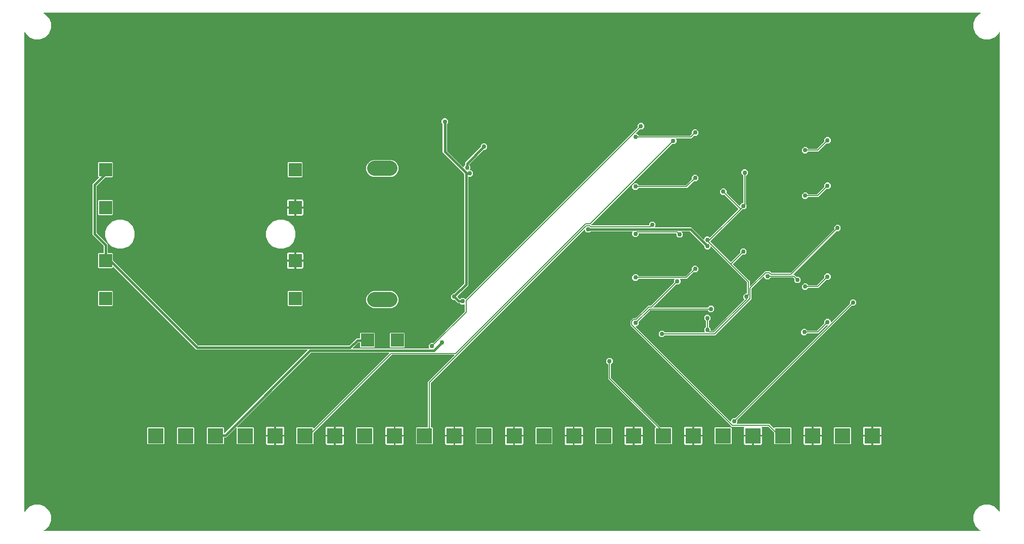
<source format=gbr>
G04 EAGLE Gerber RS-274X export*
G75*
%MOMM*%
%FSLAX34Y34*%
%LPD*%
%INBottom Copper*%
%IPPOS*%
%AMOC8*
5,1,8,0,0,1.08239X$1,22.5*%
G01*
%ADD10R,2.184400X2.184400*%
%ADD11C,2.540000*%
%ADD12R,2.540000X2.540000*%
%ADD13C,0.756400*%
%ADD14C,0.381000*%
%ADD15C,0.152400*%

G36*
X1610442Y10176D02*
X1610442Y10176D01*
X1610539Y10186D01*
X1610563Y10196D01*
X1610589Y10200D01*
X1610675Y10246D01*
X1610764Y10286D01*
X1610783Y10303D01*
X1610806Y10316D01*
X1610873Y10386D01*
X1610945Y10452D01*
X1610958Y10475D01*
X1610976Y10494D01*
X1611017Y10582D01*
X1611064Y10668D01*
X1611068Y10693D01*
X1611079Y10717D01*
X1611090Y10814D01*
X1611107Y10910D01*
X1611103Y10936D01*
X1611106Y10961D01*
X1611086Y11057D01*
X1611071Y11153D01*
X1611060Y11176D01*
X1611054Y11202D01*
X1611004Y11285D01*
X1610960Y11372D01*
X1610941Y11391D01*
X1610928Y11413D01*
X1610854Y11476D01*
X1610784Y11544D01*
X1610756Y11560D01*
X1610741Y11573D01*
X1610710Y11585D01*
X1610637Y11625D01*
X1608840Y12370D01*
X1602410Y18800D01*
X1598929Y27203D01*
X1598929Y36297D01*
X1602410Y44700D01*
X1608840Y51130D01*
X1617243Y54611D01*
X1626337Y54611D01*
X1634740Y51130D01*
X1641170Y44700D01*
X1641915Y42903D01*
X1641966Y42820D01*
X1642012Y42734D01*
X1642031Y42716D01*
X1642044Y42694D01*
X1642119Y42631D01*
X1642190Y42564D01*
X1642214Y42553D01*
X1642234Y42537D01*
X1642325Y42502D01*
X1642413Y42461D01*
X1642439Y42458D01*
X1642463Y42449D01*
X1642561Y42444D01*
X1642657Y42434D01*
X1642683Y42439D01*
X1642709Y42438D01*
X1642803Y42465D01*
X1642898Y42486D01*
X1642920Y42499D01*
X1642945Y42507D01*
X1643025Y42562D01*
X1643109Y42612D01*
X1643126Y42632D01*
X1643147Y42647D01*
X1643206Y42725D01*
X1643269Y42799D01*
X1643279Y42823D01*
X1643294Y42844D01*
X1643324Y42937D01*
X1643361Y43027D01*
X1643364Y43060D01*
X1643370Y43078D01*
X1643370Y43111D01*
X1643379Y43194D01*
X1643379Y845806D01*
X1643364Y845902D01*
X1643354Y845999D01*
X1643344Y846023D01*
X1643340Y846049D01*
X1643294Y846135D01*
X1643254Y846224D01*
X1643237Y846243D01*
X1643224Y846266D01*
X1643154Y846333D01*
X1643088Y846405D01*
X1643065Y846418D01*
X1643046Y846436D01*
X1642958Y846477D01*
X1642872Y846524D01*
X1642847Y846528D01*
X1642823Y846539D01*
X1642726Y846550D01*
X1642630Y846567D01*
X1642604Y846563D01*
X1642579Y846566D01*
X1642483Y846546D01*
X1642387Y846531D01*
X1642364Y846520D01*
X1642338Y846514D01*
X1642255Y846464D01*
X1642168Y846420D01*
X1642149Y846401D01*
X1642127Y846388D01*
X1642064Y846314D01*
X1641996Y846244D01*
X1641980Y846216D01*
X1641967Y846201D01*
X1641955Y846170D01*
X1641915Y846097D01*
X1641170Y844300D01*
X1634740Y837870D01*
X1626337Y834389D01*
X1617243Y834389D01*
X1608840Y837870D01*
X1602410Y844300D01*
X1598929Y852703D01*
X1598929Y861797D01*
X1602410Y870200D01*
X1608840Y876630D01*
X1610637Y877375D01*
X1610720Y877426D01*
X1610806Y877472D01*
X1610824Y877491D01*
X1610846Y877504D01*
X1610909Y877579D01*
X1610976Y877650D01*
X1610987Y877674D01*
X1611003Y877694D01*
X1611038Y877785D01*
X1611079Y877873D01*
X1611082Y877899D01*
X1611091Y877923D01*
X1611096Y878021D01*
X1611106Y878117D01*
X1611101Y878143D01*
X1611102Y878169D01*
X1611075Y878263D01*
X1611054Y878358D01*
X1611041Y878380D01*
X1611033Y878405D01*
X1610978Y878485D01*
X1610928Y878569D01*
X1610908Y878586D01*
X1610893Y878607D01*
X1610815Y878666D01*
X1610741Y878729D01*
X1610717Y878739D01*
X1610696Y878754D01*
X1610603Y878784D01*
X1610513Y878821D01*
X1610480Y878824D01*
X1610462Y878830D01*
X1610429Y878830D01*
X1610346Y878839D01*
X43194Y878839D01*
X43098Y878824D01*
X43001Y878814D01*
X42977Y878804D01*
X42951Y878800D01*
X42865Y878754D01*
X42776Y878714D01*
X42757Y878697D01*
X42734Y878684D01*
X42667Y878614D01*
X42595Y878548D01*
X42582Y878525D01*
X42564Y878506D01*
X42523Y878418D01*
X42476Y878332D01*
X42472Y878307D01*
X42461Y878283D01*
X42450Y878186D01*
X42433Y878090D01*
X42437Y878064D01*
X42434Y878039D01*
X42454Y877943D01*
X42469Y877847D01*
X42480Y877824D01*
X42486Y877798D01*
X42536Y877715D01*
X42580Y877628D01*
X42599Y877609D01*
X42612Y877587D01*
X42686Y877524D01*
X42756Y877456D01*
X42784Y877440D01*
X42799Y877427D01*
X42830Y877415D01*
X42903Y877375D01*
X44700Y876630D01*
X51130Y870200D01*
X54611Y861797D01*
X54611Y852703D01*
X51130Y844300D01*
X44700Y837870D01*
X36297Y834389D01*
X27203Y834389D01*
X18800Y837870D01*
X12370Y844300D01*
X11625Y846097D01*
X11574Y846180D01*
X11528Y846266D01*
X11510Y846284D01*
X11496Y846306D01*
X11420Y846369D01*
X11350Y846436D01*
X11326Y846447D01*
X11306Y846463D01*
X11215Y846498D01*
X11127Y846539D01*
X11101Y846542D01*
X11077Y846551D01*
X10979Y846556D01*
X10883Y846566D01*
X10857Y846561D01*
X10831Y846562D01*
X10737Y846535D01*
X10642Y846514D01*
X10620Y846501D01*
X10595Y846493D01*
X10515Y846438D01*
X10431Y846388D01*
X10414Y846368D01*
X10393Y846353D01*
X10334Y846275D01*
X10271Y846201D01*
X10261Y846177D01*
X10246Y846156D01*
X10216Y846063D01*
X10179Y845973D01*
X10176Y845940D01*
X10170Y845922D01*
X10170Y845889D01*
X10161Y845806D01*
X10161Y43194D01*
X10176Y43098D01*
X10186Y43001D01*
X10196Y42977D01*
X10200Y42951D01*
X10246Y42865D01*
X10286Y42776D01*
X10303Y42757D01*
X10316Y42734D01*
X10386Y42667D01*
X10452Y42595D01*
X10475Y42582D01*
X10494Y42564D01*
X10582Y42523D01*
X10668Y42476D01*
X10693Y42472D01*
X10717Y42461D01*
X10814Y42450D01*
X10910Y42433D01*
X10936Y42437D01*
X10961Y42434D01*
X11057Y42454D01*
X11153Y42469D01*
X11176Y42480D01*
X11202Y42486D01*
X11285Y42536D01*
X11372Y42580D01*
X11391Y42599D01*
X11413Y42612D01*
X11476Y42686D01*
X11544Y42756D01*
X11560Y42784D01*
X11573Y42799D01*
X11585Y42830D01*
X11625Y42903D01*
X12370Y44700D01*
X18800Y51130D01*
X27203Y54611D01*
X36297Y54611D01*
X44700Y51130D01*
X51130Y44700D01*
X54611Y36297D01*
X54611Y27203D01*
X51130Y18800D01*
X44700Y12370D01*
X42903Y11625D01*
X42820Y11574D01*
X42734Y11528D01*
X42716Y11510D01*
X42694Y11496D01*
X42631Y11420D01*
X42564Y11350D01*
X42553Y11326D01*
X42537Y11306D01*
X42502Y11215D01*
X42461Y11127D01*
X42458Y11101D01*
X42449Y11077D01*
X42444Y10979D01*
X42434Y10883D01*
X42439Y10857D01*
X42438Y10831D01*
X42465Y10737D01*
X42486Y10642D01*
X42499Y10620D01*
X42507Y10595D01*
X42562Y10515D01*
X42612Y10431D01*
X42632Y10414D01*
X42647Y10393D01*
X42725Y10334D01*
X42799Y10271D01*
X42823Y10261D01*
X42844Y10246D01*
X42937Y10216D01*
X43027Y10179D01*
X43060Y10176D01*
X43078Y10170D01*
X43111Y10170D01*
X43194Y10161D01*
X1610346Y10161D01*
X1610442Y10176D01*
G37*
%LPC*%
G36*
X316668Y155775D02*
X316668Y155775D01*
X315775Y156668D01*
X315775Y183332D01*
X316668Y184225D01*
X343332Y184225D01*
X344225Y183332D01*
X344225Y174891D01*
X344236Y174820D01*
X344238Y174748D01*
X344256Y174699D01*
X344264Y174648D01*
X344298Y174585D01*
X344323Y174517D01*
X344355Y174477D01*
X344380Y174431D01*
X344431Y174381D01*
X344476Y174325D01*
X344520Y174297D01*
X344558Y174261D01*
X344623Y174231D01*
X344683Y174192D01*
X344734Y174180D01*
X344781Y174158D01*
X344852Y174150D01*
X344922Y174132D01*
X344974Y174136D01*
X345025Y174131D01*
X345096Y174146D01*
X345167Y174152D01*
X345215Y174172D01*
X345266Y174183D01*
X345327Y174220D01*
X345393Y174248D01*
X345449Y174293D01*
X345477Y174309D01*
X345492Y174327D01*
X345524Y174353D01*
X484196Y313025D01*
X484238Y313083D01*
X484288Y313135D01*
X484310Y313182D01*
X484340Y313224D01*
X484361Y313293D01*
X484391Y313358D01*
X484397Y313410D01*
X484412Y313460D01*
X484410Y313531D01*
X484418Y313602D01*
X484407Y313653D01*
X484406Y313705D01*
X484381Y313773D01*
X484366Y313843D01*
X484339Y313887D01*
X484321Y313936D01*
X484277Y313992D01*
X484240Y314054D01*
X484200Y314088D01*
X484168Y314128D01*
X484107Y314167D01*
X484053Y314214D01*
X484005Y314233D01*
X483961Y314261D01*
X483891Y314279D01*
X483825Y314306D01*
X483753Y314314D01*
X483722Y314322D01*
X483699Y314320D01*
X483658Y314324D01*
X298045Y314324D01*
X159796Y452573D01*
X159738Y452615D01*
X159686Y452665D01*
X159639Y452687D01*
X159597Y452717D01*
X159528Y452738D01*
X159463Y452768D01*
X159411Y452774D01*
X159361Y452789D01*
X159290Y452787D01*
X159219Y452795D01*
X159168Y452784D01*
X159116Y452783D01*
X159048Y452758D01*
X158978Y452743D01*
X158934Y452716D01*
X158885Y452698D01*
X158829Y452654D01*
X158767Y452617D01*
X158733Y452577D01*
X158693Y452545D01*
X158654Y452484D01*
X158607Y452430D01*
X158588Y452382D01*
X158560Y452338D01*
X158542Y452268D01*
X158515Y452202D01*
X158507Y452130D01*
X158499Y452099D01*
X158501Y452076D01*
X158497Y452035D01*
X158497Y451996D01*
X157604Y451103D01*
X134496Y451103D01*
X133603Y451996D01*
X133603Y475104D01*
X134496Y475997D01*
X142113Y475997D01*
X142133Y476000D01*
X142152Y475998D01*
X142254Y476020D01*
X142356Y476036D01*
X142373Y476046D01*
X142393Y476050D01*
X142482Y476103D01*
X142573Y476152D01*
X142587Y476166D01*
X142604Y476176D01*
X142671Y476255D01*
X142743Y476330D01*
X142751Y476348D01*
X142764Y476363D01*
X142803Y476459D01*
X142846Y476553D01*
X142848Y476573D01*
X142856Y476591D01*
X142874Y476758D01*
X142874Y488230D01*
X142871Y488248D01*
X142873Y488265D01*
X142859Y488333D01*
X142852Y488411D01*
X142840Y488441D01*
X142835Y488473D01*
X142824Y488493D01*
X142821Y488506D01*
X142790Y488557D01*
X142756Y488637D01*
X142730Y488669D01*
X142719Y488690D01*
X142699Y488709D01*
X142695Y488717D01*
X142688Y488723D01*
X142651Y488768D01*
X124586Y506833D01*
X124586Y591971D01*
X134819Y602204D01*
X134861Y602262D01*
X134911Y602314D01*
X134933Y602361D01*
X134963Y602403D01*
X134984Y602472D01*
X135014Y602537D01*
X135020Y602589D01*
X135035Y602639D01*
X135033Y602710D01*
X135041Y602781D01*
X135030Y602832D01*
X135029Y602884D01*
X135004Y602952D01*
X134989Y603022D01*
X134962Y603067D01*
X134944Y603115D01*
X134900Y603171D01*
X134863Y603233D01*
X134823Y603267D01*
X134791Y603307D01*
X134730Y603346D01*
X134676Y603393D01*
X134628Y603412D01*
X134584Y603440D01*
X134551Y603449D01*
X133603Y604396D01*
X133603Y627504D01*
X134496Y628397D01*
X157604Y628397D01*
X158497Y627504D01*
X158497Y604396D01*
X157604Y603503D01*
X146135Y603503D01*
X146045Y603489D01*
X145954Y603481D01*
X145924Y603469D01*
X145892Y603464D01*
X145812Y603421D01*
X145728Y603385D01*
X145696Y603359D01*
X145675Y603348D01*
X145653Y603325D01*
X145597Y603280D01*
X131669Y589352D01*
X131616Y589278D01*
X131556Y589209D01*
X131544Y589179D01*
X131525Y589153D01*
X131498Y589066D01*
X131464Y588981D01*
X131460Y588940D01*
X131453Y588917D01*
X131454Y588885D01*
X131446Y588814D01*
X131446Y509990D01*
X131460Y509900D01*
X131468Y509809D01*
X131480Y509779D01*
X131485Y509747D01*
X131528Y509667D01*
X131564Y509583D01*
X131590Y509551D01*
X131601Y509530D01*
X131624Y509508D01*
X131669Y509452D01*
X149734Y491387D01*
X149734Y476758D01*
X149737Y476738D01*
X149735Y476719D01*
X149757Y476617D01*
X149773Y476515D01*
X149783Y476498D01*
X149787Y476478D01*
X149840Y476389D01*
X149889Y476298D01*
X149903Y476284D01*
X149913Y476267D01*
X149992Y476200D01*
X150067Y476128D01*
X150085Y476120D01*
X150100Y476107D01*
X150196Y476068D01*
X150290Y476025D01*
X150310Y476023D01*
X150328Y476015D01*
X150495Y475997D01*
X157604Y475997D01*
X158497Y475104D01*
X158497Y463889D01*
X158511Y463799D01*
X158519Y463708D01*
X158531Y463678D01*
X158536Y463646D01*
X158579Y463566D01*
X158615Y463482D01*
X158641Y463450D01*
X158652Y463429D01*
X158675Y463407D01*
X158697Y463380D01*
X158699Y463375D01*
X158703Y463372D01*
X158720Y463351D01*
X300664Y321407D01*
X300738Y321354D01*
X300807Y321294D01*
X300837Y321282D01*
X300863Y321263D01*
X300950Y321236D01*
X301035Y321202D01*
X301076Y321198D01*
X301099Y321191D01*
X301131Y321192D01*
X301202Y321184D01*
X553762Y321184D01*
X553852Y321198D01*
X553943Y321206D01*
X553973Y321218D01*
X554005Y321223D01*
X554085Y321266D01*
X554169Y321302D01*
X554201Y321328D01*
X554222Y321339D01*
X554244Y321362D01*
X554300Y321407D01*
X566269Y333376D01*
X571392Y333376D01*
X571412Y333379D01*
X571431Y333377D01*
X571533Y333399D01*
X571635Y333415D01*
X571652Y333425D01*
X571672Y333429D01*
X571761Y333482D01*
X571852Y333531D01*
X571866Y333545D01*
X571883Y333555D01*
X571950Y333634D01*
X572022Y333709D01*
X572030Y333727D01*
X572043Y333742D01*
X572082Y333838D01*
X572125Y333932D01*
X572127Y333952D01*
X572135Y333970D01*
X572153Y334137D01*
X572153Y341754D01*
X573046Y342647D01*
X596154Y342647D01*
X597047Y341754D01*
X597047Y318646D01*
X596154Y317753D01*
X573046Y317753D01*
X572153Y318646D01*
X572153Y325755D01*
X572150Y325775D01*
X572152Y325794D01*
X572130Y325896D01*
X572114Y325998D01*
X572104Y326015D01*
X572100Y326035D01*
X572047Y326124D01*
X571998Y326215D01*
X571984Y326229D01*
X571974Y326246D01*
X571895Y326313D01*
X571820Y326385D01*
X571802Y326393D01*
X571787Y326406D01*
X571691Y326445D01*
X571597Y326488D01*
X571577Y326490D01*
X571559Y326498D01*
X571392Y326516D01*
X569426Y326516D01*
X569336Y326502D01*
X569245Y326494D01*
X569215Y326482D01*
X569183Y326477D01*
X569103Y326434D01*
X569019Y326398D01*
X568987Y326372D01*
X568966Y326361D01*
X568944Y326338D01*
X568888Y326293D01*
X559744Y317149D01*
X559702Y317091D01*
X559652Y317039D01*
X559630Y316992D01*
X559600Y316950D01*
X559579Y316881D01*
X559549Y316816D01*
X559543Y316764D01*
X559528Y316714D01*
X559530Y316643D01*
X559522Y316572D01*
X559533Y316521D01*
X559534Y316469D01*
X559559Y316401D01*
X559574Y316331D01*
X559601Y316286D01*
X559619Y316238D01*
X559663Y316182D01*
X559700Y316120D01*
X559740Y316086D01*
X559772Y316046D01*
X559833Y316007D01*
X559887Y315960D01*
X559935Y315941D01*
X559979Y315913D01*
X560049Y315895D01*
X560115Y315868D01*
X560187Y315860D01*
X560218Y315852D01*
X560241Y315854D01*
X560282Y315850D01*
X687506Y315850D01*
X687576Y315861D01*
X687648Y315863D01*
X687697Y315881D01*
X687748Y315889D01*
X687812Y315923D01*
X687879Y315948D01*
X687920Y315980D01*
X687966Y316005D01*
X688015Y316057D01*
X688071Y316101D01*
X688099Y316145D01*
X688135Y316183D01*
X688165Y316248D01*
X688204Y316308D01*
X688217Y316359D01*
X688239Y316406D01*
X688247Y316477D01*
X688264Y316547D01*
X688260Y316599D01*
X688266Y316650D01*
X688251Y316721D01*
X688245Y316792D01*
X688225Y316840D01*
X688214Y316891D01*
X688177Y316952D01*
X688149Y317018D01*
X688104Y317074D01*
X688087Y317102D01*
X688070Y317117D01*
X688044Y317149D01*
X687351Y317842D01*
X687351Y322238D01*
X690460Y325347D01*
X694415Y325347D01*
X694506Y325361D01*
X694596Y325369D01*
X694626Y325381D01*
X694658Y325386D01*
X694739Y325429D01*
X694823Y325465D01*
X694855Y325491D01*
X694876Y325502D01*
X694898Y325525D01*
X694954Y325570D01*
X747298Y377914D01*
X747351Y377988D01*
X747411Y378058D01*
X747423Y378088D01*
X747442Y378114D01*
X747469Y378201D01*
X747503Y378286D01*
X747507Y378327D01*
X747514Y378349D01*
X747513Y378381D01*
X747521Y378453D01*
X747521Y389945D01*
X747510Y390015D01*
X747508Y390087D01*
X747490Y390136D01*
X747482Y390187D01*
X747448Y390251D01*
X747423Y390318D01*
X747391Y390359D01*
X747366Y390405D01*
X747314Y390454D01*
X747270Y390510D01*
X747226Y390538D01*
X747188Y390574D01*
X747123Y390604D01*
X747063Y390643D01*
X747012Y390656D01*
X746965Y390678D01*
X746894Y390686D01*
X746824Y390703D01*
X746772Y390699D01*
X746721Y390705D01*
X746650Y390690D01*
X746579Y390684D01*
X746531Y390664D01*
X746480Y390653D01*
X746419Y390616D01*
X746353Y390588D01*
X746297Y390543D01*
X746269Y390526D01*
X746254Y390509D01*
X746222Y390483D01*
X745910Y390171D01*
X741514Y390171D01*
X739860Y391825D01*
X739786Y391878D01*
X739716Y391938D01*
X739686Y391950D01*
X739660Y391969D01*
X739573Y391996D01*
X739488Y392030D01*
X739447Y392034D01*
X739425Y392041D01*
X739393Y392040D01*
X739322Y392048D01*
X736195Y392048D01*
X730675Y397568D01*
X730601Y397621D01*
X730532Y397681D01*
X730502Y397693D01*
X730476Y397712D01*
X730389Y397739D01*
X730304Y397773D01*
X730263Y397777D01*
X730241Y397784D01*
X730208Y397783D01*
X730137Y397791D01*
X727798Y397791D01*
X724689Y400900D01*
X724689Y405296D01*
X727798Y408405D01*
X729375Y408405D01*
X729465Y408419D01*
X729556Y408427D01*
X729586Y408439D01*
X729618Y408444D01*
X729698Y408487D01*
X729782Y408523D01*
X729814Y408549D01*
X729835Y408560D01*
X729857Y408583D01*
X729913Y408628D01*
X746155Y424870D01*
X746208Y424944D01*
X746268Y425013D01*
X746280Y425043D01*
X746299Y425069D01*
X746326Y425156D01*
X746360Y425241D01*
X746364Y425282D01*
X746371Y425305D01*
X746370Y425337D01*
X746378Y425408D01*
X746378Y607396D01*
X746372Y607434D01*
X746374Y607473D01*
X746339Y607637D01*
X746105Y608339D01*
X746151Y608432D01*
X746158Y608452D01*
X746169Y608470D01*
X746194Y608569D01*
X746224Y608667D01*
X746224Y608688D01*
X746229Y608708D01*
X746221Y608810D01*
X746219Y608913D01*
X746212Y608933D01*
X746210Y608953D01*
X746170Y609047D01*
X746135Y609144D01*
X746122Y609161D01*
X746114Y609180D01*
X746009Y609311D01*
X712796Y642523D01*
X710564Y644755D01*
X710564Y692078D01*
X710550Y692168D01*
X710542Y692259D01*
X710530Y692288D01*
X710525Y692320D01*
X710482Y692401D01*
X710446Y692485D01*
X710420Y692517D01*
X710409Y692538D01*
X710386Y692560D01*
X710341Y692616D01*
X708687Y694270D01*
X708687Y698666D01*
X711796Y701775D01*
X716192Y701775D01*
X719301Y698666D01*
X719301Y694270D01*
X717647Y692616D01*
X717594Y692542D01*
X717534Y692472D01*
X717522Y692442D01*
X717503Y692416D01*
X717476Y692329D01*
X717442Y692244D01*
X717438Y692203D01*
X717431Y692181D01*
X717432Y692149D01*
X717424Y692078D01*
X717424Y647912D01*
X717438Y647822D01*
X717446Y647731D01*
X717458Y647701D01*
X717463Y647669D01*
X717506Y647589D01*
X717542Y647505D01*
X717568Y647473D01*
X717579Y647452D01*
X717602Y647430D01*
X717647Y647374D01*
X744726Y620295D01*
X744784Y620253D01*
X744836Y620203D01*
X744883Y620181D01*
X744925Y620151D01*
X744994Y620130D01*
X745059Y620100D01*
X745111Y620094D01*
X745161Y620079D01*
X745232Y620081D01*
X745303Y620073D01*
X745354Y620084D01*
X745406Y620085D01*
X745474Y620110D01*
X745544Y620125D01*
X745589Y620152D01*
X745637Y620170D01*
X745693Y620214D01*
X745755Y620251D01*
X745789Y620291D01*
X745829Y620323D01*
X745868Y620384D01*
X745915Y620438D01*
X745934Y620486D01*
X745962Y620530D01*
X745980Y620600D01*
X746007Y620666D01*
X746015Y620738D01*
X746023Y620769D01*
X746021Y620792D01*
X746025Y620833D01*
X746025Y621704D01*
X747679Y623358D01*
X747732Y623432D01*
X747792Y623502D01*
X747804Y623532D01*
X747823Y623558D01*
X747850Y623645D01*
X747884Y623730D01*
X747888Y623771D01*
X747895Y623793D01*
X747894Y623825D01*
X747902Y623896D01*
X747902Y627785D01*
X773996Y653879D01*
X774049Y653953D01*
X774109Y654022D01*
X774121Y654052D01*
X774140Y654078D01*
X774167Y654165D01*
X774201Y654250D01*
X774205Y654291D01*
X774212Y654314D01*
X774211Y654346D01*
X774219Y654417D01*
X774219Y656756D01*
X777328Y659865D01*
X781724Y659865D01*
X784833Y656756D01*
X784833Y652360D01*
X781724Y649251D01*
X779385Y649251D01*
X779295Y649237D01*
X779204Y649229D01*
X779174Y649217D01*
X779142Y649212D01*
X779062Y649169D01*
X778978Y649133D01*
X778946Y649107D01*
X778925Y649096D01*
X778903Y649073D01*
X778847Y649028D01*
X754985Y625166D01*
X754932Y625092D01*
X754872Y625023D01*
X754860Y624993D01*
X754841Y624967D01*
X754814Y624880D01*
X754780Y624795D01*
X754776Y624754D01*
X754769Y624731D01*
X754770Y624699D01*
X754762Y624628D01*
X754762Y623896D01*
X754776Y623806D01*
X754784Y623715D01*
X754796Y623686D01*
X754801Y623654D01*
X754844Y623573D01*
X754880Y623489D01*
X754906Y623457D01*
X754917Y623436D01*
X754940Y623414D01*
X754985Y623358D01*
X756639Y621704D01*
X756639Y617308D01*
X755537Y616206D01*
X755495Y616148D01*
X755446Y616096D01*
X755424Y616049D01*
X755394Y616007D01*
X755372Y615938D01*
X755342Y615873D01*
X755337Y615821D01*
X755321Y615771D01*
X755323Y615700D01*
X755315Y615629D01*
X755326Y615578D01*
X755328Y615526D01*
X755352Y615458D01*
X755367Y615388D01*
X755394Y615343D01*
X755412Y615295D01*
X755457Y615239D01*
X755494Y615177D01*
X755533Y615143D01*
X755566Y615103D01*
X755626Y615064D01*
X755681Y615017D01*
X755729Y614998D01*
X755773Y614970D01*
X755842Y614952D01*
X755909Y614925D01*
X755980Y614917D01*
X756011Y614909D01*
X756034Y614911D01*
X756075Y614907D01*
X758102Y614907D01*
X761211Y611798D01*
X761211Y607402D01*
X758102Y604293D01*
X753999Y604293D01*
X753979Y604290D01*
X753960Y604292D01*
X753858Y604270D01*
X753756Y604254D01*
X753739Y604244D01*
X753719Y604240D01*
X753630Y604187D01*
X753539Y604138D01*
X753525Y604124D01*
X753508Y604114D01*
X753441Y604035D01*
X753369Y603960D01*
X753361Y603942D01*
X753348Y603927D01*
X753309Y603831D01*
X753266Y603737D01*
X753264Y603717D01*
X753256Y603699D01*
X753238Y603532D01*
X753238Y422251D01*
X735526Y404539D01*
X735473Y404465D01*
X735413Y404396D01*
X735401Y404366D01*
X735382Y404340D01*
X735355Y404253D01*
X735321Y404168D01*
X735317Y404127D01*
X735310Y404105D01*
X735311Y404072D01*
X735303Y404001D01*
X735303Y402957D01*
X735305Y402941D01*
X735304Y402926D01*
X735318Y402861D01*
X735325Y402776D01*
X735337Y402746D01*
X735342Y402714D01*
X735355Y402691D01*
X735356Y402686D01*
X735369Y402665D01*
X735385Y402634D01*
X735421Y402550D01*
X735447Y402518D01*
X735458Y402497D01*
X735481Y402475D01*
X735526Y402419D01*
X738798Y399146D01*
X738815Y399134D01*
X738827Y399119D01*
X738914Y399063D01*
X738998Y399002D01*
X739017Y398997D01*
X739034Y398986D01*
X739135Y398960D01*
X739233Y398930D01*
X739253Y398931D01*
X739273Y398926D01*
X739376Y398934D01*
X739479Y398936D01*
X739498Y398943D01*
X739518Y398945D01*
X739613Y398985D01*
X739710Y399021D01*
X739726Y399033D01*
X739744Y399041D01*
X739875Y399146D01*
X741514Y400785D01*
X745910Y400785D01*
X747976Y398719D01*
X747993Y398707D01*
X748005Y398691D01*
X748092Y398635D01*
X748176Y398575D01*
X748195Y398569D01*
X748212Y398558D01*
X748313Y398533D01*
X748411Y398503D01*
X748431Y398503D01*
X748451Y398498D01*
X748554Y398506D01*
X748657Y398509D01*
X748676Y398516D01*
X748696Y398518D01*
X748791Y398558D01*
X748888Y398594D01*
X748904Y398606D01*
X748922Y398614D01*
X749053Y398719D01*
X749084Y398750D01*
X1036886Y686552D01*
X1036939Y686626D01*
X1036999Y686696D01*
X1037011Y686726D01*
X1037030Y686752D01*
X1037057Y686839D01*
X1037091Y686924D01*
X1037095Y686965D01*
X1037102Y686987D01*
X1037101Y687019D01*
X1037109Y687091D01*
X1037109Y691046D01*
X1040218Y694155D01*
X1044614Y694155D01*
X1047723Y691046D01*
X1047723Y686650D01*
X1044614Y683541D01*
X1040659Y683541D01*
X1040568Y683527D01*
X1040478Y683519D01*
X1040448Y683507D01*
X1040416Y683502D01*
X1040335Y683459D01*
X1040251Y683423D01*
X1040219Y683397D01*
X1040198Y683386D01*
X1040176Y683363D01*
X1040120Y683318D01*
X1033968Y677166D01*
X1033926Y677108D01*
X1033877Y677056D01*
X1033855Y677009D01*
X1033825Y676967D01*
X1033804Y676898D01*
X1033773Y676833D01*
X1033768Y676781D01*
X1033752Y676731D01*
X1033754Y676660D01*
X1033746Y676589D01*
X1033757Y676538D01*
X1033759Y676486D01*
X1033783Y676418D01*
X1033798Y676348D01*
X1033825Y676303D01*
X1033843Y676255D01*
X1033888Y676199D01*
X1033925Y676137D01*
X1033964Y676103D01*
X1033997Y676063D01*
X1034057Y676024D01*
X1034112Y675977D01*
X1034160Y675958D01*
X1034204Y675930D01*
X1034273Y675912D01*
X1034340Y675885D01*
X1034411Y675877D01*
X1034442Y675869D01*
X1034466Y675871D01*
X1034506Y675867D01*
X1035470Y675867D01*
X1038267Y673070D01*
X1038341Y673017D01*
X1038411Y672957D01*
X1038441Y672945D01*
X1038467Y672926D01*
X1038554Y672899D01*
X1038639Y672865D01*
X1038680Y672861D01*
X1038702Y672854D01*
X1038734Y672855D01*
X1038805Y672847D01*
X1124211Y672847D01*
X1124302Y672861D01*
X1124392Y672869D01*
X1124422Y672881D01*
X1124454Y672886D01*
X1124535Y672929D01*
X1124619Y672965D01*
X1124651Y672991D01*
X1124672Y673002D01*
X1124694Y673025D01*
X1124750Y673070D01*
X1127564Y675884D01*
X1127617Y675958D01*
X1127677Y676028D01*
X1127689Y676058D01*
X1127708Y676084D01*
X1127735Y676171D01*
X1127769Y676256D01*
X1127773Y676297D01*
X1127780Y676319D01*
X1127779Y676351D01*
X1127787Y676423D01*
X1127787Y680378D01*
X1130896Y683487D01*
X1135292Y683487D01*
X1138401Y680378D01*
X1138401Y675982D01*
X1135292Y672873D01*
X1131337Y672873D01*
X1131246Y672859D01*
X1131156Y672851D01*
X1131126Y672839D01*
X1131094Y672834D01*
X1131013Y672791D01*
X1130929Y672755D01*
X1130897Y672729D01*
X1130876Y672718D01*
X1130854Y672695D01*
X1130798Y672650D01*
X1126421Y668273D01*
X1102051Y668273D01*
X1101981Y668262D01*
X1101909Y668260D01*
X1101860Y668242D01*
X1101809Y668234D01*
X1101745Y668200D01*
X1101678Y668175D01*
X1101637Y668143D01*
X1101591Y668118D01*
X1101542Y668066D01*
X1101486Y668022D01*
X1101458Y667978D01*
X1101422Y667940D01*
X1101392Y667875D01*
X1101353Y667815D01*
X1101340Y667764D01*
X1101318Y667717D01*
X1101310Y667646D01*
X1101293Y667576D01*
X1101297Y667524D01*
X1101291Y667473D01*
X1101306Y667402D01*
X1101312Y667331D01*
X1101332Y667283D01*
X1101343Y667232D01*
X1101380Y667171D01*
X1101408Y667105D01*
X1101453Y667049D01*
X1101470Y667021D01*
X1101487Y667006D01*
X1101513Y666974D01*
X1101825Y666662D01*
X1101825Y662266D01*
X1098716Y659157D01*
X1094760Y659157D01*
X1094670Y659143D01*
X1094579Y659135D01*
X1094550Y659123D01*
X1094518Y659118D01*
X1094437Y659075D01*
X1094353Y659039D01*
X1094321Y659013D01*
X1094300Y659002D01*
X1094278Y658979D01*
X1094222Y658934D01*
X959582Y524294D01*
X959320Y524032D01*
X959309Y524016D01*
X959293Y524004D01*
X959265Y523960D01*
X959229Y523922D01*
X959207Y523875D01*
X959177Y523833D01*
X959171Y523814D01*
X959160Y523797D01*
X959147Y523746D01*
X959125Y523699D01*
X959120Y523647D01*
X959104Y523598D01*
X959105Y523578D01*
X959100Y523558D01*
X959104Y523506D01*
X959098Y523455D01*
X959109Y523404D01*
X959111Y523352D01*
X959118Y523333D01*
X959119Y523313D01*
X959139Y523265D01*
X959151Y523214D01*
X959177Y523170D01*
X959195Y523121D01*
X959208Y523105D01*
X959215Y523087D01*
X959260Y523031D01*
X959277Y523003D01*
X959295Y522988D01*
X959320Y522956D01*
X959336Y522944D01*
X959349Y522929D01*
X959409Y522890D01*
X959464Y522843D01*
X959494Y522831D01*
X959520Y522812D01*
X959539Y522806D01*
X959556Y522796D01*
X959625Y522778D01*
X959692Y522751D01*
X959733Y522747D01*
X959755Y522740D01*
X959775Y522740D01*
X959794Y522735D01*
X959817Y522737D01*
X959859Y522733D01*
X1055398Y522733D01*
X1055418Y522736D01*
X1055437Y522734D01*
X1055539Y522756D01*
X1055641Y522772D01*
X1055658Y522782D01*
X1055678Y522786D01*
X1055767Y522839D01*
X1055858Y522888D01*
X1055872Y522902D01*
X1055889Y522912D01*
X1055956Y522991D01*
X1056028Y523066D01*
X1056036Y523084D01*
X1056049Y523099D01*
X1056088Y523195D01*
X1056131Y523289D01*
X1056133Y523309D01*
X1056141Y523327D01*
X1056159Y523494D01*
X1056159Y525692D01*
X1059268Y528801D01*
X1063664Y528801D01*
X1066773Y525692D01*
X1066773Y521296D01*
X1066080Y520603D01*
X1066038Y520545D01*
X1065989Y520493D01*
X1065967Y520446D01*
X1065937Y520404D01*
X1065915Y520335D01*
X1065885Y520270D01*
X1065880Y520218D01*
X1065864Y520168D01*
X1065866Y520097D01*
X1065858Y520026D01*
X1065869Y519975D01*
X1065871Y519923D01*
X1065895Y519855D01*
X1065910Y519785D01*
X1065937Y519740D01*
X1065955Y519692D01*
X1066000Y519636D01*
X1066037Y519574D01*
X1066076Y519540D01*
X1066109Y519500D01*
X1066169Y519461D01*
X1066224Y519414D01*
X1066272Y519395D01*
X1066316Y519367D01*
X1066385Y519349D01*
X1066452Y519322D01*
X1066523Y519314D01*
X1066554Y519306D01*
X1066577Y519308D01*
X1066618Y519304D01*
X1126895Y519304D01*
X1129127Y517072D01*
X1147062Y499137D01*
X1147120Y499095D01*
X1147172Y499045D01*
X1147219Y499023D01*
X1147261Y498993D01*
X1147330Y498972D01*
X1147395Y498942D01*
X1147447Y498936D01*
X1147497Y498921D01*
X1147568Y498923D01*
X1147639Y498915D01*
X1147690Y498926D01*
X1147742Y498927D01*
X1147810Y498952D01*
X1147880Y498967D01*
X1147925Y498994D01*
X1147973Y499012D01*
X1148029Y499056D01*
X1148091Y499093D01*
X1148125Y499133D01*
X1148165Y499165D01*
X1148204Y499226D01*
X1148251Y499280D01*
X1148270Y499328D01*
X1148298Y499372D01*
X1148316Y499442D01*
X1148343Y499508D01*
X1148351Y499580D01*
X1148359Y499611D01*
X1148357Y499634D01*
X1148361Y499675D01*
X1148361Y500546D01*
X1151470Y503655D01*
X1155866Y503655D01*
X1157170Y502351D01*
X1157186Y502339D01*
X1157199Y502323D01*
X1157286Y502267D01*
X1157370Y502207D01*
X1157389Y502201D01*
X1157406Y502190D01*
X1157506Y502165D01*
X1157605Y502135D01*
X1157625Y502135D01*
X1157644Y502130D01*
X1157747Y502138D01*
X1157851Y502141D01*
X1157870Y502148D01*
X1157889Y502150D01*
X1157984Y502190D01*
X1158082Y502226D01*
X1158098Y502238D01*
X1158116Y502246D01*
X1158247Y502351D01*
X1205522Y549626D01*
X1205533Y549642D01*
X1205549Y549654D01*
X1205605Y549742D01*
X1205665Y549825D01*
X1205671Y549844D01*
X1205682Y549861D01*
X1205707Y549962D01*
X1205738Y550061D01*
X1205737Y550080D01*
X1205742Y550100D01*
X1205734Y550203D01*
X1205731Y550306D01*
X1205724Y550325D01*
X1205723Y550345D01*
X1205683Y550440D01*
X1205647Y550537D01*
X1205634Y550553D01*
X1205627Y550571D01*
X1205522Y550702D01*
X1182634Y573590D01*
X1182560Y573643D01*
X1182490Y573703D01*
X1182460Y573715D01*
X1182434Y573734D01*
X1182347Y573761D01*
X1182262Y573795D01*
X1182221Y573799D01*
X1182199Y573806D01*
X1182167Y573805D01*
X1182095Y573813D01*
X1178140Y573813D01*
X1175031Y576922D01*
X1175031Y581318D01*
X1178140Y584427D01*
X1182536Y584427D01*
X1185645Y581318D01*
X1185645Y577363D01*
X1185659Y577272D01*
X1185667Y577182D01*
X1185679Y577152D01*
X1185684Y577120D01*
X1185727Y577039D01*
X1185763Y576955D01*
X1185789Y576923D01*
X1185800Y576902D01*
X1185823Y576880D01*
X1185868Y576824D01*
X1207260Y555432D01*
X1207318Y555390D01*
X1207370Y555341D01*
X1207390Y555331D01*
X1207397Y555326D01*
X1207421Y555316D01*
X1207459Y555289D01*
X1207528Y555268D01*
X1207593Y555237D01*
X1207645Y555232D01*
X1207695Y555216D01*
X1207766Y555218D01*
X1207837Y555210D01*
X1207888Y555221D01*
X1207940Y555223D01*
X1208008Y555247D01*
X1208078Y555262D01*
X1208123Y555289D01*
X1208171Y555307D01*
X1208227Y555352D01*
X1208289Y555389D01*
X1208323Y555428D01*
X1208363Y555461D01*
X1208402Y555521D01*
X1208413Y555533D01*
X1208428Y555549D01*
X1208429Y555553D01*
X1208449Y555576D01*
X1208468Y555624D01*
X1208496Y555668D01*
X1208513Y555733D01*
X1208531Y555772D01*
X1208532Y555783D01*
X1208541Y555804D01*
X1208549Y555875D01*
X1208557Y555906D01*
X1208555Y555930D01*
X1208559Y555970D01*
X1208559Y556934D01*
X1211668Y560043D01*
X1213104Y560043D01*
X1213124Y560046D01*
X1213143Y560044D01*
X1213245Y560066D01*
X1213347Y560082D01*
X1213364Y560092D01*
X1213384Y560096D01*
X1213473Y560149D01*
X1213564Y560198D01*
X1213578Y560212D01*
X1213595Y560222D01*
X1213662Y560301D01*
X1213734Y560376D01*
X1213742Y560394D01*
X1213755Y560409D01*
X1213794Y560505D01*
X1213837Y560599D01*
X1213839Y560619D01*
X1213847Y560637D01*
X1213865Y560804D01*
X1213865Y605591D01*
X1213851Y605681D01*
X1213843Y605772D01*
X1213831Y605801D01*
X1213826Y605833D01*
X1213783Y605914D01*
X1213747Y605998D01*
X1213721Y606030D01*
X1213710Y606051D01*
X1213687Y606073D01*
X1213642Y606129D01*
X1210845Y608926D01*
X1210845Y613322D01*
X1213954Y616431D01*
X1218350Y616431D01*
X1221459Y613322D01*
X1221459Y608926D01*
X1218662Y606129D01*
X1218609Y606055D01*
X1218549Y605985D01*
X1218537Y605955D01*
X1218518Y605929D01*
X1218491Y605842D01*
X1218457Y605757D01*
X1218453Y605716D01*
X1218446Y605694D01*
X1218447Y605662D01*
X1218439Y605591D01*
X1218439Y557983D01*
X1218453Y557893D01*
X1218461Y557802D01*
X1218473Y557773D01*
X1218478Y557741D01*
X1218521Y557660D01*
X1218557Y557576D01*
X1218583Y557544D01*
X1218594Y557523D01*
X1218617Y557501D01*
X1218662Y557445D01*
X1219173Y556934D01*
X1219173Y552538D01*
X1216064Y549429D01*
X1212109Y549429D01*
X1212018Y549415D01*
X1211928Y549407D01*
X1211898Y549395D01*
X1211866Y549390D01*
X1211785Y549347D01*
X1211701Y549311D01*
X1211669Y549285D01*
X1211648Y549274D01*
X1211626Y549251D01*
X1211570Y549206D01*
X1159198Y496834D01*
X1159145Y496760D01*
X1159085Y496690D01*
X1159073Y496660D01*
X1159054Y496634D01*
X1159027Y496547D01*
X1158993Y496462D01*
X1158989Y496421D01*
X1158982Y496399D01*
X1158983Y496367D01*
X1158975Y496295D01*
X1158975Y496150D01*
X1158814Y495989D01*
X1158802Y495973D01*
X1158786Y495960D01*
X1158730Y495873D01*
X1158670Y495789D01*
X1158664Y495770D01*
X1158653Y495753D01*
X1158628Y495652D01*
X1158598Y495554D01*
X1158598Y495534D01*
X1158593Y495515D01*
X1158601Y495412D01*
X1158604Y495308D01*
X1158611Y495289D01*
X1158613Y495270D01*
X1158653Y495175D01*
X1158689Y495077D01*
X1158701Y495061D01*
X1158709Y495043D01*
X1158814Y494912D01*
X1192373Y461353D01*
X1192389Y461342D01*
X1192401Y461326D01*
X1192489Y461270D01*
X1192572Y461210D01*
X1192591Y461204D01*
X1192608Y461193D01*
X1192709Y461168D01*
X1192808Y461137D01*
X1192827Y461138D01*
X1192847Y461133D01*
X1192950Y461141D01*
X1193053Y461144D01*
X1193072Y461151D01*
X1193092Y461152D01*
X1193187Y461192D01*
X1193284Y461228D01*
X1193300Y461241D01*
X1193318Y461248D01*
X1193449Y461353D01*
X1208336Y476240D01*
X1208389Y476314D01*
X1208449Y476384D01*
X1208461Y476414D01*
X1208480Y476440D01*
X1208507Y476527D01*
X1208541Y476612D01*
X1208545Y476653D01*
X1208552Y476675D01*
X1208551Y476707D01*
X1208559Y476778D01*
X1208559Y480734D01*
X1211668Y483843D01*
X1216064Y483843D01*
X1219173Y480734D01*
X1219173Y476338D01*
X1216064Y473229D01*
X1212108Y473229D01*
X1212018Y473215D01*
X1211927Y473207D01*
X1211898Y473195D01*
X1211866Y473190D01*
X1211785Y473147D01*
X1211701Y473111D01*
X1211669Y473085D01*
X1211648Y473074D01*
X1211626Y473051D01*
X1211570Y473006D01*
X1196683Y458119D01*
X1196672Y458103D01*
X1196656Y458091D01*
X1196600Y458003D01*
X1196540Y457920D01*
X1196534Y457901D01*
X1196523Y457884D01*
X1196498Y457783D01*
X1196467Y457684D01*
X1196468Y457665D01*
X1196463Y457645D01*
X1196471Y457542D01*
X1196474Y457439D01*
X1196481Y457420D01*
X1196482Y457400D01*
X1196523Y457305D01*
X1196558Y457208D01*
X1196571Y457192D01*
X1196578Y457174D01*
X1196683Y457043D01*
X1222972Y430754D01*
X1224535Y429191D01*
X1224535Y421886D01*
X1224546Y421816D01*
X1224548Y421744D01*
X1224566Y421695D01*
X1224574Y421644D01*
X1224608Y421580D01*
X1224633Y421513D01*
X1224665Y421472D01*
X1224690Y421426D01*
X1224742Y421377D01*
X1224786Y421321D01*
X1224830Y421293D01*
X1224868Y421257D01*
X1224933Y421227D01*
X1224993Y421188D01*
X1225044Y421175D01*
X1225091Y421153D01*
X1225162Y421145D01*
X1225232Y421128D01*
X1225284Y421132D01*
X1225335Y421126D01*
X1225406Y421141D01*
X1225477Y421147D01*
X1225525Y421167D01*
X1225576Y421178D01*
X1225637Y421215D01*
X1225703Y421243D01*
X1225759Y421288D01*
X1225787Y421305D01*
X1225802Y421322D01*
X1225834Y421348D01*
X1250257Y445771D01*
X1258247Y445771D01*
X1261072Y442946D01*
X1261146Y442893D01*
X1261216Y442833D01*
X1261246Y442821D01*
X1261272Y442802D01*
X1261359Y442775D01*
X1261444Y442741D01*
X1261485Y442737D01*
X1261507Y442730D01*
X1261539Y442731D01*
X1261611Y442723D01*
X1292613Y442723D01*
X1292704Y442737D01*
X1292794Y442745D01*
X1292824Y442757D01*
X1292856Y442762D01*
X1292937Y442805D01*
X1293021Y442841D01*
X1293053Y442867D01*
X1293074Y442878D01*
X1293096Y442901D01*
X1293152Y442946D01*
X1366070Y515864D01*
X1366114Y515925D01*
X1366151Y515964D01*
X1366158Y515978D01*
X1366183Y516008D01*
X1366195Y516038D01*
X1366214Y516064D01*
X1366241Y516151D01*
X1366275Y516236D01*
X1366279Y516277D01*
X1366286Y516299D01*
X1366285Y516331D01*
X1366293Y516403D01*
X1366293Y520358D01*
X1369402Y523467D01*
X1373798Y523467D01*
X1376907Y520358D01*
X1376907Y515962D01*
X1373798Y512853D01*
X1369843Y512853D01*
X1369752Y512839D01*
X1369662Y512831D01*
X1369632Y512819D01*
X1369600Y512814D01*
X1369519Y512771D01*
X1369435Y512735D01*
X1369403Y512709D01*
X1369382Y512698D01*
X1369360Y512675D01*
X1369304Y512630D01*
X1297648Y440974D01*
X1297606Y440916D01*
X1297557Y440864D01*
X1297535Y440817D01*
X1297505Y440775D01*
X1297484Y440706D01*
X1297453Y440641D01*
X1297448Y440589D01*
X1297432Y440539D01*
X1297434Y440468D01*
X1297426Y440397D01*
X1297437Y440346D01*
X1297439Y440294D01*
X1297463Y440226D01*
X1297478Y440156D01*
X1297505Y440111D01*
X1297523Y440063D01*
X1297568Y440007D01*
X1297605Y439945D01*
X1297644Y439911D01*
X1297677Y439871D01*
X1297737Y439832D01*
X1297792Y439785D01*
X1297840Y439766D01*
X1297884Y439738D01*
X1297953Y439720D01*
X1298020Y439693D01*
X1298091Y439685D01*
X1298122Y439677D01*
X1298146Y439679D01*
X1298186Y439675D01*
X1299395Y439675D01*
X1302248Y436822D01*
X1302322Y436769D01*
X1302392Y436709D01*
X1302422Y436697D01*
X1302448Y436678D01*
X1302535Y436651D01*
X1302620Y436617D01*
X1302661Y436613D01*
X1302683Y436606D01*
X1302715Y436607D01*
X1302787Y436599D01*
X1306742Y436599D01*
X1309851Y433490D01*
X1309851Y429094D01*
X1306742Y425985D01*
X1302346Y425985D01*
X1299237Y429094D01*
X1299237Y433049D01*
X1299223Y433140D01*
X1299215Y433230D01*
X1299203Y433260D01*
X1299198Y433292D01*
X1299155Y433373D01*
X1299119Y433457D01*
X1299093Y433489D01*
X1299082Y433510D01*
X1299059Y433532D01*
X1299014Y433588D01*
X1297724Y434878D01*
X1297650Y434931D01*
X1297580Y434991D01*
X1297550Y435003D01*
X1297524Y435022D01*
X1297437Y435049D01*
X1297352Y435083D01*
X1297311Y435087D01*
X1297289Y435094D01*
X1297257Y435093D01*
X1297185Y435101D01*
X1259785Y435101D01*
X1259695Y435087D01*
X1259604Y435079D01*
X1259575Y435067D01*
X1259543Y435062D01*
X1259462Y435019D01*
X1259378Y434983D01*
X1259346Y434957D01*
X1259325Y434946D01*
X1259303Y434923D01*
X1259247Y434878D01*
X1256450Y432081D01*
X1252054Y432081D01*
X1248945Y435190D01*
X1248945Y436154D01*
X1248934Y436224D01*
X1248932Y436296D01*
X1248914Y436345D01*
X1248906Y436396D01*
X1248872Y436460D01*
X1248847Y436527D01*
X1248815Y436568D01*
X1248790Y436614D01*
X1248738Y436663D01*
X1248694Y436719D01*
X1248650Y436747D01*
X1248612Y436783D01*
X1248547Y436813D01*
X1248487Y436852D01*
X1248436Y436865D01*
X1248389Y436887D01*
X1248318Y436895D01*
X1248248Y436912D01*
X1248196Y436908D01*
X1248145Y436914D01*
X1248074Y436899D01*
X1248003Y436893D01*
X1247955Y436873D01*
X1247904Y436862D01*
X1247843Y436825D01*
X1247777Y436797D01*
X1247721Y436752D01*
X1247693Y436735D01*
X1247678Y436718D01*
X1247646Y436692D01*
X1227806Y416852D01*
X1227753Y416778D01*
X1227693Y416708D01*
X1227681Y416678D01*
X1227662Y416652D01*
X1227635Y416565D01*
X1227601Y416480D01*
X1227597Y416439D01*
X1227590Y416417D01*
X1227591Y416385D01*
X1227583Y416313D01*
X1227583Y399103D01*
X1166807Y338327D01*
X1083001Y338327D01*
X1082911Y338313D01*
X1082820Y338305D01*
X1082791Y338293D01*
X1082759Y338288D01*
X1082678Y338245D01*
X1082594Y338209D01*
X1082562Y338183D01*
X1082541Y338172D01*
X1082519Y338149D01*
X1082463Y338104D01*
X1079666Y335307D01*
X1075270Y335307D01*
X1072161Y338416D01*
X1072161Y342812D01*
X1075270Y345921D01*
X1079666Y345921D01*
X1082463Y343124D01*
X1082537Y343071D01*
X1082607Y343011D01*
X1082637Y342999D01*
X1082663Y342980D01*
X1082750Y342953D01*
X1082835Y342919D01*
X1082876Y342915D01*
X1082898Y342908D01*
X1082930Y342909D01*
X1083001Y342901D01*
X1148897Y342901D01*
X1148967Y342912D01*
X1149039Y342914D01*
X1149088Y342932D01*
X1149139Y342940D01*
X1149203Y342974D01*
X1149270Y342999D01*
X1149311Y343031D01*
X1149357Y343056D01*
X1149406Y343108D01*
X1149462Y343152D01*
X1149490Y343196D01*
X1149526Y343234D01*
X1149556Y343299D01*
X1149595Y343359D01*
X1149608Y343410D01*
X1149630Y343457D01*
X1149638Y343528D01*
X1149655Y343598D01*
X1149651Y343650D01*
X1149657Y343701D01*
X1149642Y343772D01*
X1149636Y343843D01*
X1149616Y343891D01*
X1149605Y343942D01*
X1149568Y344003D01*
X1149540Y344069D01*
X1149495Y344125D01*
X1149478Y344153D01*
X1149461Y344168D01*
X1149435Y344200D01*
X1148361Y345274D01*
X1148361Y349670D01*
X1151158Y352467D01*
X1151211Y352541D01*
X1151271Y352611D01*
X1151283Y352641D01*
X1151302Y352667D01*
X1151329Y352754D01*
X1151363Y352839D01*
X1151367Y352880D01*
X1151374Y352902D01*
X1151373Y352934D01*
X1151381Y353005D01*
X1151381Y361751D01*
X1151367Y361841D01*
X1151359Y361932D01*
X1151347Y361961D01*
X1151342Y361993D01*
X1151299Y362074D01*
X1151263Y362158D01*
X1151237Y362190D01*
X1151226Y362211D01*
X1151203Y362233D01*
X1151158Y362289D01*
X1148361Y365086D01*
X1148361Y369482D01*
X1151470Y372591D01*
X1155866Y372591D01*
X1158975Y369482D01*
X1158975Y365086D01*
X1156178Y362289D01*
X1156125Y362215D01*
X1156065Y362145D01*
X1156053Y362115D01*
X1156034Y362089D01*
X1156007Y362002D01*
X1155973Y361917D01*
X1155969Y361876D01*
X1155962Y361854D01*
X1155963Y361822D01*
X1155955Y361751D01*
X1155955Y353005D01*
X1155969Y352915D01*
X1155977Y352824D01*
X1155989Y352795D01*
X1155994Y352763D01*
X1156037Y352682D01*
X1156073Y352598D01*
X1156099Y352566D01*
X1156110Y352545D01*
X1156133Y352523D01*
X1156178Y352467D01*
X1158975Y349670D01*
X1158975Y346710D01*
X1158978Y346690D01*
X1158976Y346671D01*
X1158998Y346569D01*
X1159014Y346467D01*
X1159024Y346450D01*
X1159028Y346430D01*
X1159081Y346341D01*
X1159130Y346250D01*
X1159144Y346236D01*
X1159154Y346219D01*
X1159233Y346152D01*
X1159308Y346080D01*
X1159326Y346072D01*
X1159341Y346059D01*
X1159437Y346020D01*
X1159531Y345977D01*
X1159551Y345975D01*
X1159569Y345967D01*
X1159736Y345949D01*
X1163073Y345949D01*
X1163164Y345963D01*
X1163254Y345971D01*
X1163284Y345983D01*
X1163316Y345988D01*
X1163397Y346031D01*
X1163481Y346067D01*
X1163513Y346093D01*
X1163534Y346104D01*
X1163556Y346127D01*
X1163612Y346172D01*
X1215578Y398138D01*
X1215590Y398154D01*
X1215606Y398167D01*
X1215662Y398254D01*
X1215722Y398338D01*
X1215728Y398357D01*
X1215739Y398374D01*
X1215764Y398474D01*
X1215794Y398573D01*
X1215794Y398593D01*
X1215799Y398612D01*
X1215791Y398715D01*
X1215788Y398819D01*
X1215781Y398838D01*
X1215779Y398858D01*
X1215739Y398952D01*
X1215703Y399050D01*
X1215691Y399066D01*
X1215683Y399084D01*
X1215578Y399215D01*
X1213893Y400900D01*
X1213893Y405296D01*
X1217002Y408405D01*
X1219200Y408405D01*
X1219220Y408408D01*
X1219239Y408406D01*
X1219341Y408428D01*
X1219443Y408444D01*
X1219460Y408454D01*
X1219480Y408458D01*
X1219569Y408511D01*
X1219660Y408560D01*
X1219674Y408574D01*
X1219691Y408584D01*
X1219758Y408663D01*
X1219830Y408738D01*
X1219838Y408756D01*
X1219851Y408771D01*
X1219890Y408867D01*
X1219933Y408961D01*
X1219935Y408981D01*
X1219943Y408999D01*
X1219961Y409166D01*
X1219961Y426981D01*
X1219947Y427072D01*
X1219939Y427162D01*
X1219927Y427192D01*
X1219922Y427224D01*
X1219879Y427305D01*
X1219843Y427389D01*
X1219817Y427421D01*
X1219806Y427442D01*
X1219783Y427464D01*
X1219738Y427520D01*
X1190401Y456857D01*
X1160274Y486984D01*
X1160216Y487026D01*
X1160164Y487075D01*
X1160117Y487097D01*
X1160075Y487127D01*
X1160006Y487148D01*
X1159941Y487179D01*
X1159889Y487184D01*
X1159839Y487200D01*
X1159768Y487198D01*
X1159697Y487206D01*
X1159646Y487195D01*
X1159594Y487193D01*
X1159526Y487169D01*
X1159456Y487154D01*
X1159411Y487127D01*
X1159363Y487109D01*
X1159307Y487064D01*
X1159245Y487027D01*
X1159211Y486988D01*
X1159171Y486955D01*
X1159132Y486895D01*
X1159085Y486840D01*
X1159066Y486792D01*
X1159038Y486748D01*
X1159020Y486679D01*
X1158993Y486612D01*
X1158985Y486541D01*
X1158977Y486510D01*
X1158979Y486486D01*
X1158975Y486446D01*
X1158975Y485482D01*
X1155866Y482373D01*
X1151470Y482373D01*
X1148361Y485482D01*
X1148361Y487821D01*
X1148347Y487911D01*
X1148339Y488002D01*
X1148327Y488032D01*
X1148322Y488064D01*
X1148279Y488144D01*
X1148243Y488228D01*
X1148217Y488260D01*
X1148206Y488281D01*
X1148183Y488303D01*
X1148138Y488359D01*
X1124276Y512221D01*
X1124202Y512274D01*
X1124133Y512334D01*
X1124103Y512346D01*
X1124077Y512365D01*
X1123990Y512392D01*
X1123905Y512426D01*
X1123864Y512430D01*
X1123841Y512437D01*
X1123809Y512436D01*
X1123738Y512444D01*
X1111576Y512444D01*
X1111506Y512433D01*
X1111434Y512431D01*
X1111385Y512413D01*
X1111334Y512405D01*
X1111270Y512371D01*
X1111203Y512346D01*
X1111162Y512314D01*
X1111116Y512289D01*
X1111067Y512237D01*
X1111011Y512193D01*
X1110983Y512149D01*
X1110947Y512111D01*
X1110917Y512046D01*
X1110878Y511986D01*
X1110865Y511935D01*
X1110843Y511888D01*
X1110835Y511817D01*
X1110818Y511747D01*
X1110822Y511695D01*
X1110816Y511644D01*
X1110831Y511573D01*
X1110837Y511502D01*
X1110857Y511454D01*
X1110868Y511403D01*
X1110905Y511342D01*
X1110933Y511276D01*
X1110978Y511220D01*
X1110995Y511192D01*
X1111012Y511177D01*
X1111038Y511145D01*
X1112493Y509690D01*
X1112493Y505294D01*
X1109384Y502185D01*
X1104988Y502185D01*
X1101879Y505294D01*
X1101879Y508254D01*
X1101876Y508274D01*
X1101878Y508293D01*
X1101856Y508395D01*
X1101840Y508497D01*
X1101830Y508514D01*
X1101826Y508534D01*
X1101773Y508623D01*
X1101724Y508714D01*
X1101710Y508728D01*
X1101700Y508745D01*
X1101621Y508812D01*
X1101546Y508884D01*
X1101528Y508892D01*
X1101513Y508905D01*
X1101417Y508944D01*
X1101323Y508987D01*
X1101303Y508989D01*
X1101285Y508997D01*
X1101118Y509015D01*
X1039340Y509015D01*
X1039320Y509012D01*
X1039301Y509014D01*
X1039199Y508992D01*
X1039097Y508976D01*
X1039080Y508966D01*
X1039060Y508962D01*
X1038971Y508909D01*
X1038880Y508860D01*
X1038866Y508846D01*
X1038849Y508836D01*
X1038782Y508757D01*
X1038710Y508682D01*
X1038702Y508664D01*
X1038689Y508649D01*
X1038650Y508553D01*
X1038607Y508459D01*
X1038605Y508439D01*
X1038597Y508421D01*
X1038579Y508254D01*
X1038579Y506056D01*
X1035470Y502947D01*
X1031074Y502947D01*
X1027965Y506056D01*
X1027965Y510452D01*
X1028658Y511145D01*
X1028700Y511203D01*
X1028749Y511255D01*
X1028771Y511302D01*
X1028801Y511344D01*
X1028823Y511413D01*
X1028853Y511478D01*
X1028858Y511530D01*
X1028874Y511580D01*
X1028872Y511651D01*
X1028880Y511722D01*
X1028869Y511773D01*
X1028867Y511825D01*
X1028843Y511893D01*
X1028828Y511963D01*
X1028801Y512008D01*
X1028783Y512056D01*
X1028738Y512112D01*
X1028701Y512174D01*
X1028662Y512208D01*
X1028629Y512248D01*
X1028569Y512287D01*
X1028514Y512334D01*
X1028466Y512353D01*
X1028422Y512381D01*
X1028353Y512399D01*
X1028286Y512426D01*
X1028215Y512434D01*
X1028184Y512442D01*
X1028161Y512440D01*
X1028120Y512444D01*
X958414Y512444D01*
X958324Y512430D01*
X958233Y512422D01*
X958204Y512410D01*
X958172Y512405D01*
X958091Y512362D01*
X958007Y512326D01*
X957975Y512300D01*
X957954Y512289D01*
X957932Y512266D01*
X957876Y512221D01*
X956222Y510567D01*
X951826Y510567D01*
X948717Y513676D01*
X948717Y514640D01*
X948706Y514710D01*
X948704Y514782D01*
X948686Y514831D01*
X948678Y514882D01*
X948644Y514946D01*
X948619Y515013D01*
X948587Y515054D01*
X948562Y515100D01*
X948510Y515149D01*
X948466Y515205D01*
X948422Y515233D01*
X948384Y515269D01*
X948319Y515299D01*
X948259Y515338D01*
X948208Y515351D01*
X948161Y515373D01*
X948090Y515381D01*
X948020Y515398D01*
X947968Y515394D01*
X947917Y515400D01*
X947846Y515385D01*
X947775Y515379D01*
X947727Y515359D01*
X947676Y515348D01*
X947615Y515311D01*
X947549Y515283D01*
X947493Y515238D01*
X947465Y515221D01*
X947450Y515204D01*
X947418Y515178D01*
X690596Y258356D01*
X690543Y258282D01*
X690483Y258212D01*
X690471Y258182D01*
X690452Y258156D01*
X690425Y258069D01*
X690391Y257984D01*
X690387Y257943D01*
X690380Y257921D01*
X690381Y257889D01*
X690373Y257817D01*
X690373Y184986D01*
X690376Y184966D01*
X690374Y184947D01*
X690396Y184845D01*
X690412Y184743D01*
X690422Y184726D01*
X690426Y184706D01*
X690479Y184617D01*
X690528Y184526D01*
X690542Y184512D01*
X690552Y184495D01*
X690631Y184428D01*
X690706Y184356D01*
X690724Y184348D01*
X690739Y184335D01*
X690835Y184296D01*
X690929Y184253D01*
X690949Y184251D01*
X690967Y184243D01*
X691134Y184225D01*
X693332Y184225D01*
X694225Y183332D01*
X694225Y156668D01*
X693332Y155775D01*
X666668Y155775D01*
X665775Y156668D01*
X665775Y183332D01*
X666668Y184225D01*
X685038Y184225D01*
X685058Y184228D01*
X685077Y184226D01*
X685179Y184248D01*
X685281Y184264D01*
X685298Y184274D01*
X685318Y184278D01*
X685407Y184331D01*
X685498Y184380D01*
X685512Y184394D01*
X685529Y184404D01*
X685596Y184483D01*
X685668Y184558D01*
X685676Y184576D01*
X685689Y184591D01*
X685728Y184687D01*
X685771Y184781D01*
X685773Y184801D01*
X685781Y184819D01*
X685799Y184986D01*
X685799Y260027D01*
X687362Y261590D01*
X730034Y304262D01*
X730076Y304320D01*
X730125Y304372D01*
X730147Y304419D01*
X730177Y304461D01*
X730198Y304530D01*
X730229Y304595D01*
X730234Y304647D01*
X730250Y304697D01*
X730248Y304768D01*
X730256Y304839D01*
X730245Y304890D01*
X730243Y304942D01*
X730219Y305010D01*
X730204Y305080D01*
X730177Y305125D01*
X730159Y305173D01*
X730114Y305229D01*
X730077Y305291D01*
X730038Y305325D01*
X730005Y305365D01*
X729945Y305404D01*
X729890Y305451D01*
X729842Y305470D01*
X729798Y305498D01*
X729729Y305516D01*
X729662Y305543D01*
X729591Y305551D01*
X729560Y305559D01*
X729536Y305557D01*
X729496Y305561D01*
X625341Y305561D01*
X625250Y305547D01*
X625160Y305539D01*
X625130Y305527D01*
X625098Y305522D01*
X625017Y305479D01*
X624933Y305443D01*
X624901Y305417D01*
X624880Y305406D01*
X624858Y305383D01*
X624802Y305338D01*
X494448Y174984D01*
X494395Y174910D01*
X494335Y174840D01*
X494323Y174810D01*
X494304Y174784D01*
X494277Y174697D01*
X494243Y174612D01*
X494239Y174571D01*
X494232Y174549D01*
X494233Y174517D01*
X494225Y174445D01*
X494225Y156668D01*
X493332Y155775D01*
X466668Y155775D01*
X465775Y156668D01*
X465775Y183332D01*
X466668Y184225D01*
X493332Y184225D01*
X494225Y183332D01*
X494225Y183066D01*
X494236Y182996D01*
X494238Y182924D01*
X494256Y182875D01*
X494264Y182824D01*
X494298Y182760D01*
X494323Y182693D01*
X494355Y182652D01*
X494380Y182606D01*
X494431Y182557D01*
X494476Y182501D01*
X494520Y182473D01*
X494558Y182437D01*
X494623Y182407D01*
X494683Y182368D01*
X494734Y182355D01*
X494781Y182333D01*
X494852Y182325D01*
X494922Y182308D01*
X494974Y182312D01*
X495025Y182306D01*
X495096Y182321D01*
X495167Y182327D01*
X495215Y182347D01*
X495266Y182358D01*
X495327Y182395D01*
X495393Y182423D01*
X495449Y182468D01*
X495477Y182485D01*
X495492Y182502D01*
X495524Y182528D01*
X620687Y307691D01*
X620729Y307749D01*
X620778Y307801D01*
X620800Y307848D01*
X620830Y307890D01*
X620851Y307959D01*
X620882Y308024D01*
X620887Y308076D01*
X620903Y308126D01*
X620901Y308197D01*
X620909Y308268D01*
X620898Y308319D01*
X620896Y308371D01*
X620872Y308439D01*
X620857Y308509D01*
X620830Y308553D01*
X620812Y308602D01*
X620767Y308658D01*
X620730Y308720D01*
X620691Y308754D01*
X620658Y308794D01*
X620598Y308833D01*
X620543Y308880D01*
X620495Y308899D01*
X620451Y308927D01*
X620382Y308945D01*
X620315Y308972D01*
X620244Y308980D01*
X620213Y308988D01*
X620189Y308986D01*
X620149Y308990D01*
X490178Y308990D01*
X490088Y308976D01*
X489997Y308968D01*
X489967Y308956D01*
X489935Y308951D01*
X489855Y308908D01*
X489771Y308872D01*
X489739Y308846D01*
X489718Y308835D01*
X489696Y308812D01*
X489640Y308767D01*
X366397Y185524D01*
X366355Y185466D01*
X366305Y185414D01*
X366283Y185367D01*
X366253Y185325D01*
X366232Y185256D01*
X366202Y185191D01*
X366196Y185139D01*
X366181Y185089D01*
X366183Y185018D01*
X366175Y184947D01*
X366186Y184896D01*
X366187Y184844D01*
X366212Y184776D01*
X366227Y184706D01*
X366254Y184662D01*
X366272Y184613D01*
X366316Y184557D01*
X366353Y184495D01*
X366393Y184461D01*
X366425Y184421D01*
X366486Y184382D01*
X366540Y184335D01*
X366588Y184316D01*
X366632Y184288D01*
X366702Y184270D01*
X366768Y184243D01*
X366840Y184235D01*
X366871Y184227D01*
X366894Y184229D01*
X366935Y184225D01*
X393332Y184225D01*
X394225Y183332D01*
X394225Y156668D01*
X393332Y155775D01*
X366668Y155775D01*
X365775Y156668D01*
X365775Y183065D01*
X365764Y183136D01*
X365762Y183208D01*
X365744Y183256D01*
X365736Y183308D01*
X365702Y183371D01*
X365677Y183439D01*
X365645Y183479D01*
X365620Y183525D01*
X365568Y183575D01*
X365524Y183631D01*
X365480Y183659D01*
X365442Y183695D01*
X365377Y183725D01*
X365317Y183764D01*
X365266Y183776D01*
X365219Y183798D01*
X365148Y183806D01*
X365078Y183824D01*
X365026Y183820D01*
X364975Y183825D01*
X364904Y183810D01*
X364833Y183804D01*
X364785Y183784D01*
X364734Y183773D01*
X364673Y183736D01*
X364607Y183708D01*
X364551Y183663D01*
X364523Y183647D01*
X364508Y183629D01*
X364476Y183603D01*
X348131Y167258D01*
X344986Y167258D01*
X344966Y167255D01*
X344947Y167257D01*
X344845Y167235D01*
X344743Y167219D01*
X344726Y167209D01*
X344706Y167205D01*
X344617Y167152D01*
X344526Y167103D01*
X344512Y167089D01*
X344495Y167079D01*
X344428Y167000D01*
X344356Y166925D01*
X344348Y166907D01*
X344335Y166892D01*
X344296Y166796D01*
X344253Y166702D01*
X344251Y166682D01*
X344243Y166664D01*
X344225Y166497D01*
X344225Y156668D01*
X343332Y155775D01*
X316668Y155775D01*
G37*
%LPD*%
%LPC*%
G36*
X1266668Y155775D02*
X1266668Y155775D01*
X1265775Y156668D01*
X1265775Y174666D01*
X1265761Y174756D01*
X1265753Y174847D01*
X1265741Y174876D01*
X1265736Y174908D01*
X1265693Y174989D01*
X1265657Y175073D01*
X1265631Y175105D01*
X1265620Y175126D01*
X1265597Y175148D01*
X1265552Y175204D01*
X1255814Y184942D01*
X1255740Y184995D01*
X1255670Y185055D01*
X1255640Y185067D01*
X1255614Y185086D01*
X1255527Y185113D01*
X1255442Y185147D01*
X1255401Y185151D01*
X1255379Y185158D01*
X1255347Y185157D01*
X1255275Y185165D01*
X1245529Y185165D01*
X1245435Y185150D01*
X1245340Y185141D01*
X1245314Y185130D01*
X1245286Y185126D01*
X1245202Y185081D01*
X1245115Y185043D01*
X1245094Y185024D01*
X1245069Y185010D01*
X1245003Y184941D01*
X1244933Y184877D01*
X1244919Y184852D01*
X1244899Y184832D01*
X1244859Y184746D01*
X1244813Y184662D01*
X1244808Y184635D01*
X1244796Y184609D01*
X1244785Y184514D01*
X1244768Y184421D01*
X1244772Y184393D01*
X1244769Y184365D01*
X1244789Y184271D01*
X1244802Y184177D01*
X1244817Y184145D01*
X1244821Y184124D01*
X1244838Y184096D01*
X1244870Y184023D01*
X1245068Y183681D01*
X1245241Y183034D01*
X1245241Y171523D01*
X1230762Y171523D01*
X1230742Y171520D01*
X1230723Y171522D01*
X1230621Y171500D01*
X1230519Y171483D01*
X1230502Y171474D01*
X1230482Y171470D01*
X1230393Y171417D01*
X1230302Y171368D01*
X1230288Y171354D01*
X1230271Y171344D01*
X1230204Y171265D01*
X1230133Y171190D01*
X1230124Y171172D01*
X1230111Y171157D01*
X1230073Y171061D01*
X1230029Y170967D01*
X1230027Y170947D01*
X1230019Y170929D01*
X1230001Y170762D01*
X1230001Y169999D01*
X1229999Y169999D01*
X1229999Y170762D01*
X1229996Y170782D01*
X1229998Y170801D01*
X1229976Y170903D01*
X1229959Y171005D01*
X1229950Y171022D01*
X1229946Y171042D01*
X1229893Y171131D01*
X1229844Y171222D01*
X1229830Y171236D01*
X1229820Y171253D01*
X1229741Y171320D01*
X1229666Y171391D01*
X1229648Y171400D01*
X1229633Y171413D01*
X1229537Y171452D01*
X1229443Y171495D01*
X1229423Y171497D01*
X1229405Y171505D01*
X1229238Y171523D01*
X1214759Y171523D01*
X1214759Y183034D01*
X1214932Y183681D01*
X1215130Y184023D01*
X1215164Y184113D01*
X1215204Y184199D01*
X1215207Y184227D01*
X1215217Y184253D01*
X1215221Y184349D01*
X1215231Y184443D01*
X1215225Y184471D01*
X1215226Y184499D01*
X1215199Y184591D01*
X1215179Y184684D01*
X1215165Y184708D01*
X1215157Y184735D01*
X1215102Y184813D01*
X1215053Y184895D01*
X1215031Y184913D01*
X1215015Y184936D01*
X1214938Y184993D01*
X1214866Y185055D01*
X1214840Y185065D01*
X1214817Y185082D01*
X1214726Y185111D01*
X1214638Y185147D01*
X1214602Y185151D01*
X1214583Y185157D01*
X1214550Y185157D01*
X1214471Y185165D01*
X1194631Y185165D01*
X1024889Y354907D01*
X1024889Y362897D01*
X1029277Y367285D01*
X1033533Y367285D01*
X1033624Y367299D01*
X1033714Y367307D01*
X1033744Y367319D01*
X1033776Y367324D01*
X1033857Y367367D01*
X1033941Y367403D01*
X1033973Y367429D01*
X1033994Y367440D01*
X1034016Y367463D01*
X1034072Y367508D01*
X1054423Y387859D01*
X1058679Y387859D01*
X1058770Y387873D01*
X1058860Y387881D01*
X1058890Y387893D01*
X1058922Y387898D01*
X1059003Y387941D01*
X1059087Y387977D01*
X1059119Y388003D01*
X1059140Y388014D01*
X1059162Y388037D01*
X1059218Y388082D01*
X1097846Y426710D01*
X1097899Y426784D01*
X1097959Y426854D01*
X1097971Y426884D01*
X1097990Y426910D01*
X1098017Y426997D01*
X1098051Y427082D01*
X1098055Y427123D01*
X1098062Y427145D01*
X1098061Y427177D01*
X1098069Y427248D01*
X1098069Y431204D01*
X1098381Y431516D01*
X1098423Y431574D01*
X1098472Y431626D01*
X1098494Y431673D01*
X1098524Y431715D01*
X1098546Y431784D01*
X1098576Y431849D01*
X1098581Y431901D01*
X1098597Y431951D01*
X1098595Y432022D01*
X1098603Y432093D01*
X1098592Y432144D01*
X1098590Y432196D01*
X1098566Y432264D01*
X1098551Y432334D01*
X1098524Y432379D01*
X1098506Y432427D01*
X1098461Y432483D01*
X1098424Y432545D01*
X1098385Y432579D01*
X1098352Y432619D01*
X1098292Y432658D01*
X1098237Y432705D01*
X1098189Y432724D01*
X1098145Y432752D01*
X1098076Y432770D01*
X1098009Y432797D01*
X1097938Y432805D01*
X1097907Y432813D01*
X1097884Y432811D01*
X1097843Y432815D01*
X1038805Y432815D01*
X1038715Y432801D01*
X1038624Y432793D01*
X1038595Y432781D01*
X1038563Y432776D01*
X1038482Y432733D01*
X1038398Y432697D01*
X1038366Y432671D01*
X1038345Y432660D01*
X1038323Y432637D01*
X1038267Y432592D01*
X1035470Y429795D01*
X1031074Y429795D01*
X1027965Y432904D01*
X1027965Y437300D01*
X1031074Y440409D01*
X1035470Y440409D01*
X1038267Y437612D01*
X1038341Y437559D01*
X1038411Y437499D01*
X1038441Y437487D01*
X1038467Y437468D01*
X1038554Y437441D01*
X1038639Y437407D01*
X1038680Y437403D01*
X1038702Y437396D01*
X1038734Y437397D01*
X1038805Y437389D01*
X1117354Y437389D01*
X1117444Y437403D01*
X1117535Y437411D01*
X1117564Y437423D01*
X1117596Y437428D01*
X1117677Y437471D01*
X1117761Y437507D01*
X1117793Y437533D01*
X1117814Y437544D01*
X1117836Y437567D01*
X1117892Y437612D01*
X1127564Y447284D01*
X1127617Y447358D01*
X1127677Y447428D01*
X1127689Y447458D01*
X1127708Y447484D01*
X1127735Y447571D01*
X1127769Y447656D01*
X1127773Y447697D01*
X1127780Y447719D01*
X1127779Y447751D01*
X1127787Y447822D01*
X1127787Y451778D01*
X1130896Y454887D01*
X1135292Y454887D01*
X1138401Y451778D01*
X1138401Y447382D01*
X1135292Y444273D01*
X1131336Y444273D01*
X1131246Y444259D01*
X1131155Y444251D01*
X1131126Y444239D01*
X1131094Y444234D01*
X1131013Y444191D01*
X1130929Y444155D01*
X1130897Y444129D01*
X1130876Y444118D01*
X1130854Y444095D01*
X1130798Y444050D01*
X1121126Y434378D01*
X1119563Y432815D01*
X1108909Y432815D01*
X1108839Y432804D01*
X1108767Y432802D01*
X1108718Y432784D01*
X1108667Y432776D01*
X1108603Y432742D01*
X1108536Y432717D01*
X1108495Y432685D01*
X1108449Y432660D01*
X1108400Y432608D01*
X1108344Y432564D01*
X1108316Y432520D01*
X1108280Y432482D01*
X1108250Y432417D01*
X1108211Y432357D01*
X1108198Y432306D01*
X1108176Y432259D01*
X1108168Y432188D01*
X1108151Y432118D01*
X1108155Y432066D01*
X1108149Y432015D01*
X1108164Y431944D01*
X1108170Y431873D01*
X1108190Y431825D01*
X1108201Y431774D01*
X1108238Y431713D01*
X1108266Y431647D01*
X1108311Y431591D01*
X1108328Y431563D01*
X1108345Y431548D01*
X1108371Y431516D01*
X1108683Y431204D01*
X1108683Y426808D01*
X1105574Y423699D01*
X1101618Y423699D01*
X1101528Y423685D01*
X1101437Y423677D01*
X1101408Y423665D01*
X1101376Y423660D01*
X1101295Y423617D01*
X1101211Y423581D01*
X1101179Y423555D01*
X1101158Y423544D01*
X1101136Y423521D01*
X1101080Y423476D01*
X1063714Y386110D01*
X1063672Y386052D01*
X1063623Y386000D01*
X1063601Y385953D01*
X1063571Y385911D01*
X1063550Y385842D01*
X1063519Y385777D01*
X1063514Y385725D01*
X1063498Y385675D01*
X1063500Y385604D01*
X1063492Y385533D01*
X1063503Y385482D01*
X1063505Y385430D01*
X1063529Y385362D01*
X1063544Y385292D01*
X1063571Y385248D01*
X1063589Y385199D01*
X1063634Y385143D01*
X1063671Y385081D01*
X1063710Y385047D01*
X1063743Y385007D01*
X1063803Y384968D01*
X1063858Y384921D01*
X1063906Y384902D01*
X1063950Y384874D01*
X1064019Y384856D01*
X1064086Y384829D01*
X1064157Y384821D01*
X1064188Y384813D01*
X1064212Y384815D01*
X1064252Y384811D01*
X1154231Y384811D01*
X1154321Y384825D01*
X1154412Y384833D01*
X1154441Y384845D01*
X1154473Y384850D01*
X1154554Y384893D01*
X1154638Y384929D01*
X1154670Y384955D01*
X1154691Y384966D01*
X1154713Y384989D01*
X1154769Y385034D01*
X1157566Y387831D01*
X1161962Y387831D01*
X1165071Y384722D01*
X1165071Y380326D01*
X1161962Y377217D01*
X1157566Y377217D01*
X1154769Y380014D01*
X1154695Y380067D01*
X1154625Y380127D01*
X1154595Y380139D01*
X1154569Y380158D01*
X1154482Y380185D01*
X1154397Y380219D01*
X1154356Y380223D01*
X1154334Y380230D01*
X1154302Y380229D01*
X1154231Y380237D01*
X1058157Y380237D01*
X1058066Y380223D01*
X1057976Y380215D01*
X1057946Y380203D01*
X1057914Y380198D01*
X1057833Y380155D01*
X1057749Y380119D01*
X1057717Y380093D01*
X1057696Y380082D01*
X1057674Y380059D01*
X1057618Y380014D01*
X1038802Y361198D01*
X1038749Y361124D01*
X1038689Y361054D01*
X1038677Y361024D01*
X1038658Y360998D01*
X1038631Y360911D01*
X1038597Y360826D01*
X1038593Y360785D01*
X1038586Y360763D01*
X1038587Y360731D01*
X1038579Y360659D01*
X1038579Y356704D01*
X1035470Y353595D01*
X1034506Y353595D01*
X1034436Y353584D01*
X1034364Y353582D01*
X1034315Y353564D01*
X1034264Y353556D01*
X1034200Y353522D01*
X1034133Y353497D01*
X1034092Y353465D01*
X1034046Y353440D01*
X1033997Y353389D01*
X1033941Y353344D01*
X1033913Y353300D01*
X1033877Y353262D01*
X1033847Y353197D01*
X1033808Y353137D01*
X1033795Y353086D01*
X1033773Y353039D01*
X1033765Y352968D01*
X1033748Y352898D01*
X1033752Y352846D01*
X1033746Y352795D01*
X1033761Y352724D01*
X1033767Y352653D01*
X1033787Y352605D01*
X1033798Y352554D01*
X1033835Y352493D01*
X1033863Y352427D01*
X1033908Y352371D01*
X1033925Y352343D01*
X1033942Y352328D01*
X1033968Y352296D01*
X1192020Y194244D01*
X1192078Y194202D01*
X1192130Y194153D01*
X1192177Y194131D01*
X1192219Y194101D01*
X1192288Y194080D01*
X1192353Y194049D01*
X1192405Y194044D01*
X1192455Y194028D01*
X1192526Y194030D01*
X1192597Y194022D01*
X1192648Y194033D01*
X1192700Y194035D01*
X1192768Y194059D01*
X1192838Y194074D01*
X1192882Y194101D01*
X1192931Y194119D01*
X1192987Y194164D01*
X1193049Y194201D01*
X1193083Y194240D01*
X1193123Y194273D01*
X1193162Y194333D01*
X1193209Y194388D01*
X1193228Y194436D01*
X1193256Y194480D01*
X1193274Y194549D01*
X1193301Y194616D01*
X1193309Y194687D01*
X1193317Y194718D01*
X1193315Y194742D01*
X1193319Y194782D01*
X1193319Y196508D01*
X1196428Y199617D01*
X1200384Y199617D01*
X1200474Y199631D01*
X1200565Y199639D01*
X1200594Y199651D01*
X1200626Y199656D01*
X1200707Y199699D01*
X1200791Y199735D01*
X1200823Y199761D01*
X1200844Y199772D01*
X1200866Y199795D01*
X1200922Y199840D01*
X1354902Y353820D01*
X1354944Y353878D01*
X1354993Y353930D01*
X1355015Y353977D01*
X1355045Y354019D01*
X1355066Y354088D01*
X1355097Y354153D01*
X1355102Y354205D01*
X1355118Y354255D01*
X1355116Y354326D01*
X1355124Y354397D01*
X1355113Y354448D01*
X1355111Y354500D01*
X1355087Y354568D01*
X1355072Y354638D01*
X1355045Y354682D01*
X1355027Y354731D01*
X1354982Y354787D01*
X1354945Y354849D01*
X1354906Y354883D01*
X1354873Y354923D01*
X1354813Y354962D01*
X1354758Y355009D01*
X1354710Y355028D01*
X1354666Y355056D01*
X1354597Y355074D01*
X1354530Y355101D01*
X1354459Y355109D01*
X1354428Y355117D01*
X1354404Y355115D01*
X1354364Y355119D01*
X1353079Y355119D01*
X1352988Y355105D01*
X1352898Y355097D01*
X1352868Y355085D01*
X1352836Y355080D01*
X1352755Y355037D01*
X1352671Y355001D01*
X1352639Y354975D01*
X1352618Y354964D01*
X1352596Y354941D01*
X1352540Y354896D01*
X1339019Y341375D01*
X1321507Y341375D01*
X1321417Y341361D01*
X1321326Y341353D01*
X1321297Y341341D01*
X1321265Y341336D01*
X1321184Y341293D01*
X1321100Y341257D01*
X1321068Y341231D01*
X1321047Y341220D01*
X1321025Y341197D01*
X1320969Y341152D01*
X1318172Y338355D01*
X1313776Y338355D01*
X1310667Y341464D01*
X1310667Y345860D01*
X1313776Y348969D01*
X1318172Y348969D01*
X1320969Y346172D01*
X1321043Y346119D01*
X1321113Y346059D01*
X1321143Y346047D01*
X1321169Y346028D01*
X1321256Y346001D01*
X1321341Y345967D01*
X1321382Y345963D01*
X1321404Y345956D01*
X1321436Y345957D01*
X1321507Y345949D01*
X1336809Y345949D01*
X1336900Y345963D01*
X1336990Y345971D01*
X1337020Y345983D01*
X1337052Y345988D01*
X1337133Y346031D01*
X1337217Y346067D01*
X1337249Y346093D01*
X1337270Y346104D01*
X1337292Y346127D01*
X1337348Y346172D01*
X1349306Y358130D01*
X1349359Y358204D01*
X1349419Y358274D01*
X1349431Y358304D01*
X1349450Y358330D01*
X1349477Y358417D01*
X1349511Y358502D01*
X1349515Y358543D01*
X1349522Y358565D01*
X1349521Y358597D01*
X1349529Y358669D01*
X1349529Y362624D01*
X1352638Y365733D01*
X1357034Y365733D01*
X1360143Y362624D01*
X1360143Y360898D01*
X1360154Y360828D01*
X1360156Y360756D01*
X1360174Y360707D01*
X1360182Y360656D01*
X1360216Y360592D01*
X1360241Y360525D01*
X1360273Y360484D01*
X1360298Y360438D01*
X1360350Y360389D01*
X1360394Y360333D01*
X1360438Y360305D01*
X1360476Y360269D01*
X1360541Y360239D01*
X1360601Y360200D01*
X1360652Y360187D01*
X1360699Y360165D01*
X1360770Y360157D01*
X1360840Y360140D01*
X1360892Y360144D01*
X1360943Y360138D01*
X1361014Y360153D01*
X1361085Y360159D01*
X1361133Y360179D01*
X1361184Y360190D01*
X1361245Y360227D01*
X1361311Y360255D01*
X1361367Y360300D01*
X1361395Y360317D01*
X1361410Y360334D01*
X1361442Y360360D01*
X1391978Y390896D01*
X1392031Y390970D01*
X1392091Y391040D01*
X1392103Y391070D01*
X1392122Y391096D01*
X1392149Y391183D01*
X1392183Y391268D01*
X1392187Y391309D01*
X1392194Y391331D01*
X1392193Y391363D01*
X1392201Y391435D01*
X1392201Y395390D01*
X1395310Y398499D01*
X1399706Y398499D01*
X1402815Y395390D01*
X1402815Y390994D01*
X1399706Y387885D01*
X1395751Y387885D01*
X1395660Y387871D01*
X1395570Y387863D01*
X1395540Y387851D01*
X1395508Y387846D01*
X1395427Y387803D01*
X1395343Y387767D01*
X1395311Y387741D01*
X1395290Y387730D01*
X1395268Y387707D01*
X1395212Y387662D01*
X1204156Y196606D01*
X1204103Y196532D01*
X1204043Y196462D01*
X1204031Y196432D01*
X1204012Y196406D01*
X1203985Y196319D01*
X1203951Y196234D01*
X1203947Y196193D01*
X1203940Y196171D01*
X1203941Y196139D01*
X1203933Y196068D01*
X1203933Y192112D01*
X1202859Y191038D01*
X1202817Y190980D01*
X1202768Y190928D01*
X1202746Y190881D01*
X1202716Y190839D01*
X1202694Y190770D01*
X1202664Y190705D01*
X1202659Y190653D01*
X1202643Y190603D01*
X1202645Y190532D01*
X1202637Y190461D01*
X1202648Y190410D01*
X1202650Y190358D01*
X1202674Y190290D01*
X1202689Y190220D01*
X1202716Y190175D01*
X1202734Y190127D01*
X1202779Y190071D01*
X1202816Y190009D01*
X1202855Y189975D01*
X1202888Y189935D01*
X1202948Y189896D01*
X1203003Y189849D01*
X1203051Y189830D01*
X1203095Y189802D01*
X1203164Y189784D01*
X1203231Y189757D01*
X1203302Y189749D01*
X1203333Y189741D01*
X1203356Y189743D01*
X1203397Y189739D01*
X1257485Y189739D01*
X1264476Y182748D01*
X1264534Y182706D01*
X1264586Y182657D01*
X1264633Y182635D01*
X1264675Y182605D01*
X1264744Y182584D01*
X1264809Y182553D01*
X1264861Y182548D01*
X1264911Y182532D01*
X1264982Y182534D01*
X1265053Y182526D01*
X1265104Y182537D01*
X1265156Y182539D01*
X1265224Y182563D01*
X1265294Y182578D01*
X1265339Y182605D01*
X1265387Y182623D01*
X1265443Y182668D01*
X1265505Y182705D01*
X1265539Y182744D01*
X1265579Y182777D01*
X1265618Y182837D01*
X1265665Y182892D01*
X1265684Y182940D01*
X1265712Y182984D01*
X1265730Y183053D01*
X1265757Y183120D01*
X1265765Y183191D01*
X1265773Y183222D01*
X1265771Y183246D01*
X1265775Y183286D01*
X1265775Y183332D01*
X1266668Y184225D01*
X1293332Y184225D01*
X1294225Y183332D01*
X1294225Y156668D01*
X1293332Y155775D01*
X1266668Y155775D01*
G37*
%LPD*%
%LPC*%
G36*
X434570Y483615D02*
X434570Y483615D01*
X425607Y487328D01*
X418748Y494187D01*
X415035Y503150D01*
X415035Y512850D01*
X418748Y521813D01*
X425607Y528672D01*
X434570Y532385D01*
X444270Y532385D01*
X453233Y528672D01*
X460092Y521813D01*
X463805Y512850D01*
X463805Y503150D01*
X460092Y494187D01*
X453233Y487328D01*
X444270Y483615D01*
X434570Y483615D01*
G37*
%LPD*%
%LPC*%
G36*
X165330Y483615D02*
X165330Y483615D01*
X156367Y487328D01*
X149508Y494187D01*
X145795Y503150D01*
X145795Y512850D01*
X149508Y521813D01*
X156367Y528672D01*
X165330Y532385D01*
X175030Y532385D01*
X183993Y528672D01*
X190852Y521813D01*
X194565Y512850D01*
X194565Y503150D01*
X190852Y494187D01*
X183993Y487328D01*
X175030Y483615D01*
X165330Y483615D01*
G37*
%LPD*%
%LPC*%
G36*
X1066668Y155775D02*
X1066668Y155775D01*
X1065775Y156668D01*
X1065775Y183332D01*
X1066705Y184262D01*
X1066722Y184264D01*
X1066786Y184298D01*
X1066853Y184323D01*
X1066894Y184355D01*
X1066940Y184380D01*
X1066989Y184432D01*
X1067045Y184476D01*
X1067073Y184520D01*
X1067109Y184558D01*
X1067139Y184623D01*
X1067178Y184683D01*
X1067191Y184734D01*
X1067213Y184781D01*
X1067221Y184852D01*
X1067238Y184922D01*
X1067234Y184974D01*
X1067240Y185025D01*
X1067225Y185096D01*
X1067219Y185167D01*
X1067199Y185215D01*
X1067188Y185266D01*
X1067151Y185327D01*
X1067123Y185393D01*
X1067078Y185449D01*
X1067061Y185477D01*
X1067044Y185492D01*
X1067018Y185524D01*
X987551Y264991D01*
X987551Y289361D01*
X987537Y289451D01*
X987529Y289542D01*
X987517Y289571D01*
X987512Y289603D01*
X987469Y289684D01*
X987433Y289768D01*
X987407Y289800D01*
X987396Y289821D01*
X987373Y289843D01*
X987328Y289899D01*
X984531Y292696D01*
X984531Y297092D01*
X987640Y300201D01*
X992036Y300201D01*
X995145Y297092D01*
X995145Y292696D01*
X992348Y289899D01*
X992295Y289825D01*
X992235Y289755D01*
X992223Y289725D01*
X992204Y289699D01*
X992177Y289612D01*
X992143Y289527D01*
X992139Y289486D01*
X992132Y289464D01*
X992133Y289432D01*
X992125Y289361D01*
X992125Y267201D01*
X992139Y267110D01*
X992147Y267020D01*
X992159Y266990D01*
X992164Y266958D01*
X992207Y266877D01*
X992243Y266793D01*
X992269Y266761D01*
X992280Y266740D01*
X992303Y266718D01*
X992348Y266662D01*
X1074562Y184448D01*
X1074636Y184395D01*
X1074706Y184335D01*
X1074736Y184323D01*
X1074762Y184304D01*
X1074849Y184277D01*
X1074934Y184243D01*
X1074975Y184239D01*
X1074997Y184232D01*
X1075029Y184233D01*
X1075101Y184225D01*
X1093332Y184225D01*
X1094225Y183332D01*
X1094225Y156668D01*
X1093332Y155775D01*
X1066668Y155775D01*
G37*
%LPD*%
%LPC*%
G36*
X594071Y603757D02*
X594071Y603757D01*
X588842Y605923D01*
X584841Y609924D01*
X582675Y615153D01*
X582675Y620811D01*
X584841Y626040D01*
X588842Y630041D01*
X594071Y632207D01*
X625129Y632207D01*
X630358Y630041D01*
X634359Y626040D01*
X636525Y620811D01*
X636525Y615153D01*
X634359Y609924D01*
X630358Y605923D01*
X625129Y603757D01*
X594071Y603757D01*
G37*
%LPD*%
%LPC*%
G36*
X594071Y383793D02*
X594071Y383793D01*
X588842Y385959D01*
X584841Y389960D01*
X582675Y395189D01*
X582675Y400847D01*
X584841Y406076D01*
X588842Y410077D01*
X594071Y412243D01*
X625129Y412243D01*
X630358Y410077D01*
X634359Y406076D01*
X636525Y400847D01*
X636525Y395189D01*
X634359Y389960D01*
X630358Y385959D01*
X625129Y383793D01*
X594071Y383793D01*
G37*
%LPD*%
%LPC*%
G36*
X216668Y155775D02*
X216668Y155775D01*
X215775Y156668D01*
X215775Y183332D01*
X216668Y184225D01*
X243332Y184225D01*
X244225Y183332D01*
X244225Y156668D01*
X243332Y155775D01*
X216668Y155775D01*
G37*
%LPD*%
%LPC*%
G36*
X1366668Y155775D02*
X1366668Y155775D01*
X1365775Y156668D01*
X1365775Y183332D01*
X1366668Y184225D01*
X1393332Y184225D01*
X1394225Y183332D01*
X1394225Y156668D01*
X1393332Y155775D01*
X1366668Y155775D01*
G37*
%LPD*%
%LPC*%
G36*
X1166668Y155775D02*
X1166668Y155775D01*
X1165775Y156668D01*
X1165775Y183332D01*
X1166668Y184225D01*
X1193332Y184225D01*
X1194225Y183332D01*
X1194225Y156668D01*
X1193332Y155775D01*
X1166668Y155775D01*
G37*
%LPD*%
%LPC*%
G36*
X966668Y155775D02*
X966668Y155775D01*
X965775Y156668D01*
X965775Y183332D01*
X966668Y184225D01*
X993332Y184225D01*
X994225Y183332D01*
X994225Y156668D01*
X993332Y155775D01*
X966668Y155775D01*
G37*
%LPD*%
%LPC*%
G36*
X766668Y155775D02*
X766668Y155775D01*
X765775Y156668D01*
X765775Y183332D01*
X766668Y184225D01*
X793332Y184225D01*
X794225Y183332D01*
X794225Y156668D01*
X793332Y155775D01*
X766668Y155775D01*
G37*
%LPD*%
%LPC*%
G36*
X566668Y155775D02*
X566668Y155775D01*
X565775Y156668D01*
X565775Y183332D01*
X566668Y184225D01*
X593332Y184225D01*
X594225Y183332D01*
X594225Y156668D01*
X593332Y155775D01*
X566668Y155775D01*
G37*
%LPD*%
%LPC*%
G36*
X266668Y155775D02*
X266668Y155775D01*
X265775Y156668D01*
X265775Y183332D01*
X266668Y184225D01*
X293332Y184225D01*
X294225Y183332D01*
X294225Y156668D01*
X293332Y155775D01*
X266668Y155775D01*
G37*
%LPD*%
%LPC*%
G36*
X866668Y155775D02*
X866668Y155775D01*
X865775Y156668D01*
X865775Y183332D01*
X866668Y184225D01*
X893332Y184225D01*
X894225Y183332D01*
X894225Y156668D01*
X893332Y155775D01*
X866668Y155775D01*
G37*
%LPD*%
%LPC*%
G36*
X1031074Y582195D02*
X1031074Y582195D01*
X1027965Y585304D01*
X1027965Y589700D01*
X1031074Y592809D01*
X1035470Y592809D01*
X1038267Y590012D01*
X1038341Y589959D01*
X1038411Y589899D01*
X1038441Y589887D01*
X1038467Y589868D01*
X1038554Y589841D01*
X1038639Y589807D01*
X1038680Y589803D01*
X1038702Y589796D01*
X1038734Y589797D01*
X1038805Y589789D01*
X1117353Y589789D01*
X1117444Y589803D01*
X1117534Y589811D01*
X1117564Y589823D01*
X1117596Y589828D01*
X1117677Y589871D01*
X1117761Y589907D01*
X1117793Y589933D01*
X1117814Y589944D01*
X1117836Y589967D01*
X1117892Y590012D01*
X1127564Y599684D01*
X1127617Y599758D01*
X1127677Y599828D01*
X1127689Y599858D01*
X1127708Y599884D01*
X1127735Y599971D01*
X1127769Y600056D01*
X1127773Y600097D01*
X1127780Y600119D01*
X1127779Y600151D01*
X1127787Y600223D01*
X1127787Y604178D01*
X1130896Y607287D01*
X1135292Y607287D01*
X1138401Y604178D01*
X1138401Y599782D01*
X1135292Y596673D01*
X1131337Y596673D01*
X1131246Y596659D01*
X1131156Y596651D01*
X1131126Y596639D01*
X1131094Y596634D01*
X1131013Y596591D01*
X1130929Y596555D01*
X1130897Y596529D01*
X1130876Y596518D01*
X1130854Y596495D01*
X1130798Y596450D01*
X1119563Y585215D01*
X1038805Y585215D01*
X1038715Y585201D01*
X1038624Y585193D01*
X1038595Y585181D01*
X1038563Y585176D01*
X1038482Y585133D01*
X1038398Y585097D01*
X1038366Y585071D01*
X1038345Y585060D01*
X1038323Y585037D01*
X1038267Y584992D01*
X1035470Y582195D01*
X1031074Y582195D01*
G37*
%LPD*%
%LPC*%
G36*
X134496Y387603D02*
X134496Y387603D01*
X133603Y388496D01*
X133603Y411604D01*
X134496Y412497D01*
X157604Y412497D01*
X158497Y411604D01*
X158497Y388496D01*
X157604Y387603D01*
X134496Y387603D01*
G37*
%LPD*%
%LPC*%
G36*
X451996Y603503D02*
X451996Y603503D01*
X451103Y604396D01*
X451103Y627504D01*
X451996Y628397D01*
X475104Y628397D01*
X475997Y627504D01*
X475997Y604396D01*
X475104Y603503D01*
X451996Y603503D01*
G37*
%LPD*%
%LPC*%
G36*
X623046Y317753D02*
X623046Y317753D01*
X622153Y318646D01*
X622153Y341754D01*
X623046Y342647D01*
X646154Y342647D01*
X647047Y341754D01*
X647047Y318646D01*
X646154Y317753D01*
X623046Y317753D01*
G37*
%LPD*%
%LPC*%
G36*
X451996Y387603D02*
X451996Y387603D01*
X451103Y388496D01*
X451103Y411604D01*
X451996Y412497D01*
X475104Y412497D01*
X475997Y411604D01*
X475997Y388496D01*
X475104Y387603D01*
X451996Y387603D01*
G37*
%LPD*%
%LPC*%
G36*
X134496Y540003D02*
X134496Y540003D01*
X133603Y540896D01*
X133603Y564004D01*
X134496Y564897D01*
X157604Y564897D01*
X158497Y564004D01*
X158497Y540896D01*
X157604Y540003D01*
X134496Y540003D01*
G37*
%LPD*%
%LPC*%
G36*
X1315300Y414555D02*
X1315300Y414555D01*
X1312191Y417664D01*
X1312191Y422060D01*
X1315300Y425169D01*
X1319696Y425169D01*
X1322493Y422372D01*
X1322567Y422319D01*
X1322637Y422259D01*
X1322667Y422247D01*
X1322693Y422228D01*
X1322780Y422201D01*
X1322865Y422167D01*
X1322906Y422163D01*
X1322928Y422156D01*
X1322960Y422157D01*
X1323031Y422149D01*
X1336809Y422149D01*
X1336900Y422163D01*
X1336990Y422171D01*
X1337020Y422183D01*
X1337052Y422188D01*
X1337133Y422231D01*
X1337217Y422267D01*
X1337249Y422293D01*
X1337270Y422304D01*
X1337292Y422327D01*
X1337348Y422372D01*
X1349306Y434330D01*
X1349359Y434404D01*
X1349419Y434474D01*
X1349431Y434504D01*
X1349450Y434530D01*
X1349477Y434617D01*
X1349511Y434702D01*
X1349515Y434743D01*
X1349522Y434765D01*
X1349521Y434797D01*
X1349529Y434869D01*
X1349529Y438824D01*
X1352638Y441933D01*
X1357034Y441933D01*
X1360143Y438824D01*
X1360143Y434428D01*
X1357034Y431319D01*
X1353079Y431319D01*
X1352988Y431305D01*
X1352898Y431297D01*
X1352868Y431285D01*
X1352836Y431280D01*
X1352755Y431237D01*
X1352671Y431201D01*
X1352639Y431175D01*
X1352618Y431164D01*
X1352596Y431141D01*
X1352540Y431096D01*
X1339019Y417575D01*
X1323031Y417575D01*
X1322941Y417561D01*
X1322850Y417553D01*
X1322821Y417541D01*
X1322789Y417536D01*
X1322708Y417493D01*
X1322624Y417457D01*
X1322592Y417431D01*
X1322571Y417420D01*
X1322549Y417397D01*
X1322493Y417352D01*
X1319696Y414555D01*
X1315300Y414555D01*
G37*
%LPD*%
%LPC*%
G36*
X1315300Y566955D02*
X1315300Y566955D01*
X1312191Y570064D01*
X1312191Y574460D01*
X1315300Y577569D01*
X1319696Y577569D01*
X1322493Y574772D01*
X1322567Y574719D01*
X1322637Y574659D01*
X1322667Y574647D01*
X1322693Y574628D01*
X1322780Y574601D01*
X1322865Y574567D01*
X1322906Y574563D01*
X1322928Y574556D01*
X1322960Y574557D01*
X1323031Y574549D01*
X1336809Y574549D01*
X1336900Y574563D01*
X1336990Y574571D01*
X1337020Y574583D01*
X1337052Y574588D01*
X1337133Y574631D01*
X1337217Y574667D01*
X1337249Y574693D01*
X1337270Y574704D01*
X1337292Y574727D01*
X1337348Y574772D01*
X1349306Y586730D01*
X1349359Y586804D01*
X1349419Y586874D01*
X1349431Y586904D01*
X1349450Y586930D01*
X1349477Y587017D01*
X1349511Y587102D01*
X1349515Y587143D01*
X1349522Y587165D01*
X1349521Y587197D01*
X1349529Y587269D01*
X1349529Y591224D01*
X1352638Y594333D01*
X1357034Y594333D01*
X1360143Y591224D01*
X1360143Y586828D01*
X1357034Y583719D01*
X1353079Y583719D01*
X1352988Y583705D01*
X1352898Y583697D01*
X1352868Y583685D01*
X1352836Y583680D01*
X1352755Y583637D01*
X1352671Y583601D01*
X1352639Y583575D01*
X1352618Y583564D01*
X1352596Y583541D01*
X1352540Y583496D01*
X1339019Y569975D01*
X1323031Y569975D01*
X1322941Y569961D01*
X1322850Y569953D01*
X1322821Y569941D01*
X1322789Y569936D01*
X1322708Y569893D01*
X1322624Y569857D01*
X1322592Y569831D01*
X1322571Y569820D01*
X1322549Y569797D01*
X1322493Y569752D01*
X1319696Y566955D01*
X1315300Y566955D01*
G37*
%LPD*%
%LPC*%
G36*
X1315300Y643155D02*
X1315300Y643155D01*
X1312191Y646264D01*
X1312191Y650660D01*
X1315300Y653769D01*
X1319696Y653769D01*
X1322493Y650972D01*
X1322567Y650919D01*
X1322637Y650859D01*
X1322667Y650847D01*
X1322693Y650828D01*
X1322780Y650801D01*
X1322865Y650767D01*
X1322906Y650763D01*
X1322928Y650756D01*
X1322960Y650757D01*
X1323031Y650749D01*
X1336810Y650749D01*
X1336900Y650763D01*
X1336991Y650771D01*
X1337020Y650783D01*
X1337052Y650788D01*
X1337133Y650831D01*
X1337217Y650867D01*
X1337249Y650893D01*
X1337270Y650904D01*
X1337292Y650927D01*
X1337348Y650972D01*
X1349306Y662930D01*
X1349359Y663004D01*
X1349419Y663074D01*
X1349431Y663104D01*
X1349450Y663130D01*
X1349477Y663217D01*
X1349511Y663302D01*
X1349515Y663343D01*
X1349522Y663365D01*
X1349521Y663397D01*
X1349529Y663468D01*
X1349529Y667424D01*
X1352638Y670533D01*
X1357034Y670533D01*
X1360143Y667424D01*
X1360143Y663028D01*
X1357034Y659919D01*
X1353078Y659919D01*
X1352988Y659905D01*
X1352897Y659897D01*
X1352868Y659885D01*
X1352836Y659880D01*
X1352755Y659837D01*
X1352671Y659801D01*
X1352639Y659775D01*
X1352618Y659764D01*
X1352596Y659741D01*
X1352540Y659696D01*
X1340582Y647738D01*
X1339019Y646175D01*
X1323031Y646175D01*
X1322941Y646161D01*
X1322850Y646153D01*
X1322821Y646141D01*
X1322789Y646136D01*
X1322708Y646093D01*
X1322624Y646057D01*
X1322592Y646031D01*
X1322571Y646020D01*
X1322549Y645997D01*
X1322493Y645952D01*
X1319696Y643155D01*
X1315300Y643155D01*
G37*
%LPD*%
%LPC*%
G36*
X631523Y171523D02*
X631523Y171523D01*
X631523Y185241D01*
X643034Y185241D01*
X643681Y185068D01*
X644260Y184733D01*
X644733Y184260D01*
X645068Y183681D01*
X645241Y183034D01*
X645241Y171523D01*
X631523Y171523D01*
G37*
%LPD*%
%LPC*%
G36*
X1131523Y171523D02*
X1131523Y171523D01*
X1131523Y185241D01*
X1143034Y185241D01*
X1143681Y185068D01*
X1144260Y184733D01*
X1144733Y184260D01*
X1145068Y183681D01*
X1145241Y183034D01*
X1145241Y171523D01*
X1131523Y171523D01*
G37*
%LPD*%
%LPC*%
G36*
X531523Y171523D02*
X531523Y171523D01*
X531523Y185241D01*
X543034Y185241D01*
X543681Y185068D01*
X544260Y184733D01*
X544733Y184260D01*
X545068Y183681D01*
X545241Y183034D01*
X545241Y171523D01*
X531523Y171523D01*
G37*
%LPD*%
%LPC*%
G36*
X431523Y171523D02*
X431523Y171523D01*
X431523Y185241D01*
X443034Y185241D01*
X443681Y185068D01*
X444260Y184733D01*
X444733Y184260D01*
X445068Y183681D01*
X445241Y183034D01*
X445241Y171523D01*
X431523Y171523D01*
G37*
%LPD*%
%LPC*%
G36*
X1031523Y171523D02*
X1031523Y171523D01*
X1031523Y185241D01*
X1043034Y185241D01*
X1043681Y185068D01*
X1044260Y184733D01*
X1044733Y184260D01*
X1045068Y183681D01*
X1045241Y183034D01*
X1045241Y171523D01*
X1031523Y171523D01*
G37*
%LPD*%
%LPC*%
G36*
X931523Y171523D02*
X931523Y171523D01*
X931523Y185241D01*
X943034Y185241D01*
X943681Y185068D01*
X944260Y184733D01*
X944733Y184260D01*
X945068Y183681D01*
X945241Y183034D01*
X945241Y171523D01*
X931523Y171523D01*
G37*
%LPD*%
%LPC*%
G36*
X1331523Y171523D02*
X1331523Y171523D01*
X1331523Y185241D01*
X1343034Y185241D01*
X1343681Y185068D01*
X1344260Y184733D01*
X1344733Y184260D01*
X1345068Y183681D01*
X1345241Y183034D01*
X1345241Y171523D01*
X1331523Y171523D01*
G37*
%LPD*%
%LPC*%
G36*
X1431523Y171523D02*
X1431523Y171523D01*
X1431523Y185241D01*
X1443034Y185241D01*
X1443681Y185068D01*
X1444260Y184733D01*
X1444733Y184260D01*
X1445068Y183681D01*
X1445241Y183034D01*
X1445241Y171523D01*
X1431523Y171523D01*
G37*
%LPD*%
%LPC*%
G36*
X731523Y171523D02*
X731523Y171523D01*
X731523Y185241D01*
X743034Y185241D01*
X743681Y185068D01*
X744260Y184733D01*
X744733Y184260D01*
X745068Y183681D01*
X745241Y183034D01*
X745241Y171523D01*
X731523Y171523D01*
G37*
%LPD*%
%LPC*%
G36*
X831523Y171523D02*
X831523Y171523D01*
X831523Y185241D01*
X843034Y185241D01*
X843681Y185068D01*
X844260Y184733D01*
X844733Y184260D01*
X845068Y183681D01*
X845241Y183034D01*
X845241Y171523D01*
X831523Y171523D01*
G37*
%LPD*%
%LPC*%
G36*
X1314759Y171523D02*
X1314759Y171523D01*
X1314759Y183034D01*
X1314932Y183681D01*
X1315267Y184260D01*
X1315740Y184733D01*
X1316319Y185068D01*
X1316966Y185241D01*
X1328477Y185241D01*
X1328477Y171523D01*
X1314759Y171523D01*
G37*
%LPD*%
%LPC*%
G36*
X1031523Y154759D02*
X1031523Y154759D01*
X1031523Y168477D01*
X1045241Y168477D01*
X1045241Y156966D01*
X1045068Y156319D01*
X1044733Y155740D01*
X1044260Y155267D01*
X1043681Y154932D01*
X1043034Y154759D01*
X1031523Y154759D01*
G37*
%LPD*%
%LPC*%
G36*
X831523Y154759D02*
X831523Y154759D01*
X831523Y168477D01*
X845241Y168477D01*
X845241Y156966D01*
X845068Y156319D01*
X844733Y155740D01*
X844260Y155267D01*
X843681Y154932D01*
X843034Y154759D01*
X831523Y154759D01*
G37*
%LPD*%
%LPC*%
G36*
X931523Y154759D02*
X931523Y154759D01*
X931523Y168477D01*
X945241Y168477D01*
X945241Y156966D01*
X945068Y156319D01*
X944733Y155740D01*
X944260Y155267D01*
X943681Y154932D01*
X943034Y154759D01*
X931523Y154759D01*
G37*
%LPD*%
%LPC*%
G36*
X731523Y154759D02*
X731523Y154759D01*
X731523Y168477D01*
X745241Y168477D01*
X745241Y156966D01*
X745068Y156319D01*
X744733Y155740D01*
X744260Y155267D01*
X743681Y154932D01*
X743034Y154759D01*
X731523Y154759D01*
G37*
%LPD*%
%LPC*%
G36*
X1331523Y154759D02*
X1331523Y154759D01*
X1331523Y168477D01*
X1345241Y168477D01*
X1345241Y156966D01*
X1345068Y156319D01*
X1344733Y155740D01*
X1344260Y155267D01*
X1343681Y154932D01*
X1343034Y154759D01*
X1331523Y154759D01*
G37*
%LPD*%
%LPC*%
G36*
X1231523Y154759D02*
X1231523Y154759D01*
X1231523Y168477D01*
X1245241Y168477D01*
X1245241Y156966D01*
X1245068Y156319D01*
X1244733Y155740D01*
X1244260Y155267D01*
X1243681Y154932D01*
X1243034Y154759D01*
X1231523Y154759D01*
G37*
%LPD*%
%LPC*%
G36*
X1131523Y154759D02*
X1131523Y154759D01*
X1131523Y168477D01*
X1145241Y168477D01*
X1145241Y156966D01*
X1145068Y156319D01*
X1144733Y155740D01*
X1144260Y155267D01*
X1143681Y154932D01*
X1143034Y154759D01*
X1131523Y154759D01*
G37*
%LPD*%
%LPC*%
G36*
X1431523Y154759D02*
X1431523Y154759D01*
X1431523Y168477D01*
X1445241Y168477D01*
X1445241Y156966D01*
X1445068Y156319D01*
X1444733Y155740D01*
X1444260Y155267D01*
X1443681Y154932D01*
X1443034Y154759D01*
X1431523Y154759D01*
G37*
%LPD*%
%LPC*%
G36*
X631523Y154759D02*
X631523Y154759D01*
X631523Y168477D01*
X645241Y168477D01*
X645241Y156966D01*
X645068Y156319D01*
X644733Y155740D01*
X644260Y155267D01*
X643681Y154932D01*
X643034Y154759D01*
X631523Y154759D01*
G37*
%LPD*%
%LPC*%
G36*
X531523Y154759D02*
X531523Y154759D01*
X531523Y168477D01*
X545241Y168477D01*
X545241Y156966D01*
X545068Y156319D01*
X544733Y155740D01*
X544260Y155267D01*
X543681Y154932D01*
X543034Y154759D01*
X531523Y154759D01*
G37*
%LPD*%
%LPC*%
G36*
X431523Y154759D02*
X431523Y154759D01*
X431523Y168477D01*
X445241Y168477D01*
X445241Y156966D01*
X445068Y156319D01*
X444733Y155740D01*
X444260Y155267D01*
X443681Y154932D01*
X443034Y154759D01*
X431523Y154759D01*
G37*
%LPD*%
%LPC*%
G36*
X1014759Y171523D02*
X1014759Y171523D01*
X1014759Y183034D01*
X1014932Y183681D01*
X1015267Y184260D01*
X1015740Y184733D01*
X1016319Y185068D01*
X1016966Y185241D01*
X1028477Y185241D01*
X1028477Y171523D01*
X1014759Y171523D01*
G37*
%LPD*%
%LPC*%
G36*
X814759Y171523D02*
X814759Y171523D01*
X814759Y183034D01*
X814932Y183681D01*
X815267Y184260D01*
X815740Y184733D01*
X816319Y185068D01*
X816966Y185241D01*
X828477Y185241D01*
X828477Y171523D01*
X814759Y171523D01*
G37*
%LPD*%
%LPC*%
G36*
X614759Y171523D02*
X614759Y171523D01*
X614759Y183034D01*
X614932Y183681D01*
X615267Y184260D01*
X615740Y184733D01*
X616319Y185068D01*
X616966Y185241D01*
X628477Y185241D01*
X628477Y171523D01*
X614759Y171523D01*
G37*
%LPD*%
%LPC*%
G36*
X414759Y171523D02*
X414759Y171523D01*
X414759Y183034D01*
X414932Y183681D01*
X415267Y184260D01*
X415740Y184733D01*
X416319Y185068D01*
X416966Y185241D01*
X428477Y185241D01*
X428477Y171523D01*
X414759Y171523D01*
G37*
%LPD*%
%LPC*%
G36*
X514759Y171523D02*
X514759Y171523D01*
X514759Y183034D01*
X514932Y183681D01*
X515267Y184260D01*
X515740Y184733D01*
X516319Y185068D01*
X516966Y185241D01*
X528477Y185241D01*
X528477Y171523D01*
X514759Y171523D01*
G37*
%LPD*%
%LPC*%
G36*
X714759Y171523D02*
X714759Y171523D01*
X714759Y183034D01*
X714932Y183681D01*
X715267Y184260D01*
X715740Y184733D01*
X716319Y185068D01*
X716966Y185241D01*
X728477Y185241D01*
X728477Y171523D01*
X714759Y171523D01*
G37*
%LPD*%
%LPC*%
G36*
X914759Y171523D02*
X914759Y171523D01*
X914759Y183034D01*
X914932Y183681D01*
X915267Y184260D01*
X915740Y184733D01*
X916319Y185068D01*
X916966Y185241D01*
X928477Y185241D01*
X928477Y171523D01*
X914759Y171523D01*
G37*
%LPD*%
%LPC*%
G36*
X1414759Y171523D02*
X1414759Y171523D01*
X1414759Y183034D01*
X1414932Y183681D01*
X1415267Y184260D01*
X1415740Y184733D01*
X1416319Y185068D01*
X1416966Y185241D01*
X1428477Y185241D01*
X1428477Y171523D01*
X1414759Y171523D01*
G37*
%LPD*%
%LPC*%
G36*
X1114759Y171523D02*
X1114759Y171523D01*
X1114759Y183034D01*
X1114932Y183681D01*
X1115267Y184260D01*
X1115740Y184733D01*
X1116319Y185068D01*
X1116966Y185241D01*
X1128477Y185241D01*
X1128477Y171523D01*
X1114759Y171523D01*
G37*
%LPD*%
%LPC*%
G36*
X416966Y154759D02*
X416966Y154759D01*
X416319Y154932D01*
X415740Y155267D01*
X415267Y155740D01*
X414932Y156319D01*
X414759Y156966D01*
X414759Y168477D01*
X428477Y168477D01*
X428477Y154759D01*
X416966Y154759D01*
G37*
%LPD*%
%LPC*%
G36*
X1016966Y154759D02*
X1016966Y154759D01*
X1016319Y154932D01*
X1015740Y155267D01*
X1015267Y155740D01*
X1014932Y156319D01*
X1014759Y156966D01*
X1014759Y168477D01*
X1028477Y168477D01*
X1028477Y154759D01*
X1016966Y154759D01*
G37*
%LPD*%
%LPC*%
G36*
X916966Y154759D02*
X916966Y154759D01*
X916319Y154932D01*
X915740Y155267D01*
X915267Y155740D01*
X914932Y156319D01*
X914759Y156966D01*
X914759Y168477D01*
X928477Y168477D01*
X928477Y154759D01*
X916966Y154759D01*
G37*
%LPD*%
%LPC*%
G36*
X1216966Y154759D02*
X1216966Y154759D01*
X1216319Y154932D01*
X1215740Y155267D01*
X1215267Y155740D01*
X1214932Y156319D01*
X1214759Y156966D01*
X1214759Y168477D01*
X1228477Y168477D01*
X1228477Y154759D01*
X1216966Y154759D01*
G37*
%LPD*%
%LPC*%
G36*
X1116966Y154759D02*
X1116966Y154759D01*
X1116319Y154932D01*
X1115740Y155267D01*
X1115267Y155740D01*
X1114932Y156319D01*
X1114759Y156966D01*
X1114759Y168477D01*
X1128477Y168477D01*
X1128477Y154759D01*
X1116966Y154759D01*
G37*
%LPD*%
%LPC*%
G36*
X816966Y154759D02*
X816966Y154759D01*
X816319Y154932D01*
X815740Y155267D01*
X815267Y155740D01*
X814932Y156319D01*
X814759Y156966D01*
X814759Y168477D01*
X828477Y168477D01*
X828477Y154759D01*
X816966Y154759D01*
G37*
%LPD*%
%LPC*%
G36*
X1416966Y154759D02*
X1416966Y154759D01*
X1416319Y154932D01*
X1415740Y155267D01*
X1415267Y155740D01*
X1414932Y156319D01*
X1414759Y156966D01*
X1414759Y168477D01*
X1428477Y168477D01*
X1428477Y154759D01*
X1416966Y154759D01*
G37*
%LPD*%
%LPC*%
G36*
X1316966Y154759D02*
X1316966Y154759D01*
X1316319Y154932D01*
X1315740Y155267D01*
X1315267Y155740D01*
X1314932Y156319D01*
X1314759Y156966D01*
X1314759Y168477D01*
X1328477Y168477D01*
X1328477Y154759D01*
X1316966Y154759D01*
G37*
%LPD*%
%LPC*%
G36*
X616966Y154759D02*
X616966Y154759D01*
X616319Y154932D01*
X615740Y155267D01*
X615267Y155740D01*
X614932Y156319D01*
X614759Y156966D01*
X614759Y168477D01*
X628477Y168477D01*
X628477Y154759D01*
X616966Y154759D01*
G37*
%LPD*%
%LPC*%
G36*
X516966Y154759D02*
X516966Y154759D01*
X516319Y154932D01*
X515740Y155267D01*
X515267Y155740D01*
X514932Y156319D01*
X514759Y156966D01*
X514759Y168477D01*
X528477Y168477D01*
X528477Y154759D01*
X516966Y154759D01*
G37*
%LPD*%
%LPC*%
G36*
X716966Y154759D02*
X716966Y154759D01*
X716319Y154932D01*
X715740Y155267D01*
X715267Y155740D01*
X714932Y156319D01*
X714759Y156966D01*
X714759Y168477D01*
X728477Y168477D01*
X728477Y154759D01*
X716966Y154759D01*
G37*
%LPD*%
%LPC*%
G36*
X465073Y465073D02*
X465073Y465073D01*
X465073Y477013D01*
X474806Y477013D01*
X475453Y476840D01*
X476032Y476505D01*
X476505Y476032D01*
X476840Y475453D01*
X477013Y474806D01*
X477013Y465073D01*
X465073Y465073D01*
G37*
%LPD*%
%LPC*%
G36*
X465073Y553973D02*
X465073Y553973D01*
X465073Y565913D01*
X474806Y565913D01*
X475453Y565740D01*
X476032Y565405D01*
X476505Y564932D01*
X476840Y564353D01*
X477013Y563706D01*
X477013Y553973D01*
X465073Y553973D01*
G37*
%LPD*%
%LPC*%
G36*
X450087Y465073D02*
X450087Y465073D01*
X450087Y474806D01*
X450260Y475453D01*
X450595Y476032D01*
X451068Y476505D01*
X451647Y476840D01*
X452294Y477013D01*
X462027Y477013D01*
X462027Y465073D01*
X450087Y465073D01*
G37*
%LPD*%
%LPC*%
G36*
X450087Y553973D02*
X450087Y553973D01*
X450087Y563706D01*
X450260Y564353D01*
X450595Y564932D01*
X451068Y565405D01*
X451647Y565740D01*
X452294Y565913D01*
X462027Y565913D01*
X462027Y553973D01*
X450087Y553973D01*
G37*
%LPD*%
%LPC*%
G36*
X465073Y450087D02*
X465073Y450087D01*
X465073Y462027D01*
X477013Y462027D01*
X477013Y452294D01*
X476840Y451647D01*
X476505Y451068D01*
X476032Y450595D01*
X475453Y450260D01*
X474806Y450087D01*
X465073Y450087D01*
G37*
%LPD*%
%LPC*%
G36*
X465073Y538987D02*
X465073Y538987D01*
X465073Y550927D01*
X477013Y550927D01*
X477013Y541194D01*
X476840Y540547D01*
X476505Y539968D01*
X476032Y539495D01*
X475453Y539160D01*
X474806Y538987D01*
X465073Y538987D01*
G37*
%LPD*%
%LPC*%
G36*
X452294Y538987D02*
X452294Y538987D01*
X451647Y539160D01*
X451068Y539495D01*
X450595Y539968D01*
X450260Y540547D01*
X450087Y541194D01*
X450087Y550927D01*
X462027Y550927D01*
X462027Y538987D01*
X452294Y538987D01*
G37*
%LPD*%
%LPC*%
G36*
X452294Y450087D02*
X452294Y450087D01*
X451647Y450260D01*
X451068Y450595D01*
X450595Y451068D01*
X450260Y451647D01*
X450087Y452294D01*
X450087Y462027D01*
X462027Y462027D01*
X462027Y450087D01*
X452294Y450087D01*
G37*
%LPD*%
%LPC*%
G36*
X1129999Y169999D02*
X1129999Y169999D01*
X1129999Y170001D01*
X1130001Y170001D01*
X1130001Y169999D01*
X1129999Y169999D01*
G37*
%LPD*%
%LPC*%
G36*
X463549Y552449D02*
X463549Y552449D01*
X463549Y552451D01*
X463551Y552451D01*
X463551Y552449D01*
X463549Y552449D01*
G37*
%LPD*%
%LPC*%
G36*
X1429999Y169999D02*
X1429999Y169999D01*
X1429999Y170001D01*
X1430001Y170001D01*
X1430001Y169999D01*
X1429999Y169999D01*
G37*
%LPD*%
%LPC*%
G36*
X829999Y169999D02*
X829999Y169999D01*
X829999Y170001D01*
X830001Y170001D01*
X830001Y169999D01*
X829999Y169999D01*
G37*
%LPD*%
%LPC*%
G36*
X1329999Y169999D02*
X1329999Y169999D01*
X1329999Y170001D01*
X1330001Y170001D01*
X1330001Y169999D01*
X1329999Y169999D01*
G37*
%LPD*%
%LPC*%
G36*
X1029999Y169999D02*
X1029999Y169999D01*
X1029999Y170001D01*
X1030001Y170001D01*
X1030001Y169999D01*
X1029999Y169999D01*
G37*
%LPD*%
%LPC*%
G36*
X929999Y169999D02*
X929999Y169999D01*
X929999Y170001D01*
X930001Y170001D01*
X930001Y169999D01*
X929999Y169999D01*
G37*
%LPD*%
%LPC*%
G36*
X729999Y169999D02*
X729999Y169999D01*
X729999Y170001D01*
X730001Y170001D01*
X730001Y169999D01*
X729999Y169999D01*
G37*
%LPD*%
%LPC*%
G36*
X629999Y169999D02*
X629999Y169999D01*
X629999Y170001D01*
X630001Y170001D01*
X630001Y169999D01*
X629999Y169999D01*
G37*
%LPD*%
%LPC*%
G36*
X529999Y169999D02*
X529999Y169999D01*
X529999Y170001D01*
X530001Y170001D01*
X530001Y169999D01*
X529999Y169999D01*
G37*
%LPD*%
%LPC*%
G36*
X429999Y169999D02*
X429999Y169999D01*
X429999Y170001D01*
X430001Y170001D01*
X430001Y169999D01*
X429999Y169999D01*
G37*
%LPD*%
%LPC*%
G36*
X463549Y463549D02*
X463549Y463549D01*
X463549Y463551D01*
X463551Y463551D01*
X463551Y463549D01*
X463549Y463549D01*
G37*
%LPD*%
D10*
X146050Y615950D03*
X463550Y615950D03*
X146050Y552450D03*
X463550Y552450D03*
X146050Y463550D03*
X463550Y463550D03*
X463550Y400050D03*
X146050Y400050D03*
D11*
X596900Y617982D02*
X622300Y617982D01*
X622300Y398018D02*
X596900Y398018D01*
D10*
X584600Y330200D03*
X634600Y330200D03*
D12*
X1430000Y170000D03*
X230000Y170000D03*
X280000Y170000D03*
X330000Y170000D03*
X380000Y170000D03*
X430000Y170000D03*
X480000Y170000D03*
X530000Y170000D03*
X580000Y170000D03*
X630000Y170000D03*
X680000Y170000D03*
X730000Y170000D03*
X780000Y170000D03*
X830000Y170000D03*
X880000Y170000D03*
X930000Y170000D03*
X980000Y170000D03*
X1030000Y170000D03*
X1080000Y170000D03*
X1130000Y170000D03*
X1180000Y170000D03*
X1230000Y170000D03*
X1280000Y170000D03*
X1330000Y170000D03*
X1380000Y170000D03*
D13*
X916940Y340360D03*
X1244600Y675640D03*
X1244600Y538480D03*
X1244600Y462280D03*
D14*
X346710Y170688D02*
X330708Y170688D01*
X346710Y170688D02*
X488442Y312420D01*
X695706Y312420D01*
X709422Y326136D01*
X330708Y170688D02*
X330000Y170000D01*
D13*
X709422Y326136D03*
D14*
X751332Y626364D02*
X779526Y654558D01*
X751332Y626364D02*
X751332Y619506D01*
X1125474Y515874D02*
X1153668Y487680D01*
X1125474Y515874D02*
X954024Y515874D01*
D13*
X779526Y654558D03*
X751332Y619506D03*
X1153668Y487680D03*
X954024Y515874D03*
D14*
X755904Y609600D02*
X750570Y609600D01*
X713994Y646176D01*
X713994Y696468D01*
X737616Y395478D02*
X743712Y395478D01*
X737616Y395478D02*
X729996Y403098D01*
X749808Y423672D02*
X749808Y608076D01*
X749808Y423672D02*
X730758Y404622D01*
X749808Y608076D02*
X750570Y609600D01*
X730758Y404622D02*
X729996Y403098D01*
D13*
X755904Y609600D03*
X713994Y696468D03*
X743712Y395478D03*
X729996Y403098D03*
D14*
X146304Y464058D02*
X146304Y489966D01*
X128016Y508254D01*
X128016Y590550D01*
X145542Y608076D01*
X145542Y615696D01*
X146304Y464058D02*
X146050Y463550D01*
X145542Y615696D02*
X146050Y615950D01*
X567690Y329946D02*
X584454Y329946D01*
X567690Y329946D02*
X555498Y317754D01*
X299466Y317754D01*
X153924Y463296D01*
X147828Y463296D01*
X584454Y329946D02*
X584600Y330200D01*
X147828Y463296D02*
X146050Y463550D01*
D15*
X1125474Y670560D02*
X1133094Y678180D01*
X1125474Y670560D02*
X1033272Y670560D01*
D13*
X1133094Y678180D03*
X1033272Y670560D03*
D15*
X1317498Y648462D02*
X1338072Y648462D01*
X1354836Y665226D01*
D13*
X1317498Y648462D03*
X1354836Y665226D03*
D15*
X1103376Y429006D02*
X1059942Y385572D01*
X1055370Y385572D01*
X1034796Y364998D01*
X1030224Y364998D01*
X1027176Y361950D01*
X1027176Y355854D01*
X1195578Y187452D01*
X1256538Y187452D01*
X1273302Y170688D01*
X1279398Y170688D01*
X1280000Y170000D01*
D13*
X1103376Y429006D03*
D15*
X1107186Y507492D02*
X1103376Y511302D01*
X1036320Y511302D01*
X1033272Y508254D01*
D13*
X1107186Y507492D03*
X1033272Y508254D03*
D15*
X1056894Y382524D02*
X1159764Y382524D01*
X1056894Y382524D02*
X1033272Y358902D01*
D13*
X1159764Y382524D03*
X1033272Y358902D03*
D15*
X1315974Y343662D02*
X1338072Y343662D01*
X1354836Y360426D01*
D13*
X1315974Y343662D03*
X1354836Y360426D03*
D15*
X1118616Y587502D02*
X1133094Y601980D01*
X1118616Y587502D02*
X1033272Y587502D01*
D13*
X1133094Y601980D03*
X1033272Y587502D03*
D15*
X1317498Y572262D02*
X1338072Y572262D01*
X1354836Y589026D01*
D13*
X1317498Y572262D03*
X1354836Y589026D03*
D15*
X1133094Y449580D02*
X1118616Y435102D01*
X1033272Y435102D01*
D13*
X1133094Y449580D03*
X1033272Y435102D03*
D15*
X1254252Y437388D02*
X1298448Y437388D01*
X1304544Y431292D01*
D13*
X1254252Y437388D03*
X1304544Y431292D03*
D15*
X1317498Y419862D02*
X1338072Y419862D01*
X1354836Y436626D01*
D13*
X1317498Y419862D03*
X1354836Y436626D03*
D15*
X1153668Y367284D02*
X1153668Y347472D01*
X1219200Y398526D02*
X1219200Y403098D01*
X1219200Y398526D02*
X1164336Y343662D01*
X1157478Y343662D01*
X1153668Y347472D01*
X1153668Y496824D02*
X1153668Y498348D01*
X1192911Y457581D02*
X1222248Y428244D01*
X1192911Y457581D02*
X1153668Y496824D01*
X1222248Y428244D02*
X1222248Y406146D01*
X1219200Y403098D01*
X1192911Y457581D02*
X1213866Y478536D01*
X1155192Y496062D02*
X1209294Y550164D01*
X1213866Y554736D01*
X1153668Y498348D02*
X1155192Y496062D01*
X1216152Y557022D02*
X1216152Y611124D01*
X1216152Y557022D02*
X1213866Y554736D01*
X1209294Y550164D02*
X1180338Y579120D01*
D13*
X1153668Y367284D03*
X1153668Y347472D03*
X1219200Y403098D03*
X1153668Y498348D03*
X1213866Y478536D03*
X1213866Y554736D03*
X1216152Y611124D03*
X1180338Y579120D03*
D15*
X1096518Y664464D02*
X957072Y525018D01*
X949452Y525018D01*
X732282Y307848D01*
X624078Y307848D01*
X486918Y170688D01*
X480060Y170688D01*
X480000Y170000D01*
D13*
X1096518Y664464D03*
D15*
X1042416Y688848D02*
X749808Y396240D01*
X749808Y377190D01*
X692658Y320040D01*
D13*
X1042416Y688848D03*
X692658Y320040D03*
D15*
X1058418Y520446D02*
X1061466Y523494D01*
X1058418Y520446D02*
X958596Y520446D01*
X957072Y521970D01*
X950976Y521970D01*
X688086Y259080D01*
X688086Y178308D01*
X680466Y170688D01*
X680000Y170000D01*
D13*
X1061466Y523494D03*
D15*
X1293876Y440436D02*
X1371600Y518160D01*
X1293876Y440436D02*
X1260348Y440436D01*
X1257300Y443484D01*
X1251204Y443484D01*
X1225296Y417576D01*
X1225296Y400050D01*
X1165860Y340614D01*
X1077468Y340614D01*
D13*
X1371600Y518160D03*
X1077468Y340614D03*
D15*
X989838Y294894D02*
X989838Y265938D01*
X1079754Y176022D01*
X1079754Y170688D01*
X1080000Y170000D01*
D13*
X989838Y294894D03*
D15*
X1198626Y194310D02*
X1397508Y393192D01*
D13*
X1397508Y393192D03*
X1198626Y194310D03*
M02*

</source>
